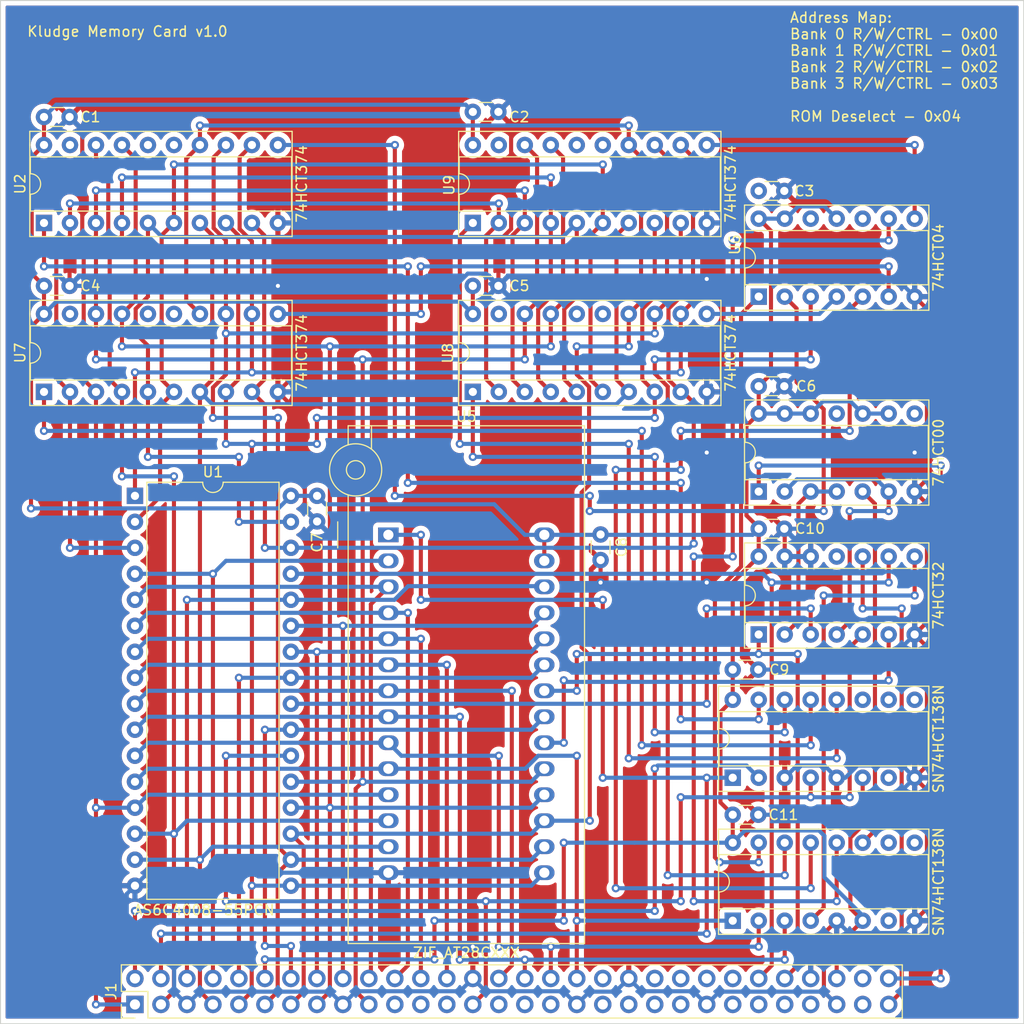
<source format=kicad_pcb>
(kicad_pcb (version 20240108) (generator "pcbnew") (generator_version "8.0")
  (layers (0 "F.Cu" signal) (31 "B.Cu" signal) (34 "B.Paste" user) (35 "F.Paste" user) (36 "B.SilkS" user "B.Silkscreen") (37 "F.SilkS" user "F.Silkscreen") (38 "B.Mask" user) (39 "F.Mask" user) (44 "Edge.Cuts" user))
  (net 0 "")
  (net 2 "/A0")
  (net 5 "GND")
  (net 7 "/A9")
  (net 8 "RD")
  (net 9 "/A12")
  (net 11 "/A3")
  (net 12 "MREQ")
  (net 13 "WR")
  (net 14 "/A2")
  (net 15 "/A11")
  (net 16 "/D2")
  (net 19 "/A4")
  (net 20 "/A15")
  (net 21 "/A6")
  (net 22 "/A10")
  (net 24 "/D4")
  (net 26 "/A14")
  (net 28 "VCC")
  (net 29 "/D3")
  (net 30 "/D7")
  (net 31 "/A5")
  (net 33 "MEM_IO")
  (net 34 "/A13")
  (net 35 "/R_A18")
  (net 36 "/D1")
  (net 37 "~{RAM_OE}")
  (net 38 "/A1")
  (net 39 "/A7")
  (net 40 "/D0")
  (net 41 "/R_A16")
  (net 42 "/D5")
  (net 43 "/R_A14")
  (net 44 "/D6")
  (net 45 "/A8")
  (net 47 "/R_A15")
  (net 48 "/R_A17")
  (net 49 "BANK_0_OE")
  (net 50 "BANK_0_WR")
  (net 51 "/~{RAM_SEL}")
  (net 52 "/~{ROM_SEL}")
  (net 53 "~{MEM_IO_WR}")
  (net 55 "~{ROM_MREQ}")
  (net 67 "~{RESET}")
  (net 69 "ROM_DESELECT")
  (net 70 "BANK_2_WR")
  (net 71 "BANK_2_OE")
  (net 75 "BANK_1_OE")
  (net 81 "BANK_1_WR")
  (net 83 "BANK_3_OE")
  (net 84 "BANK_3_WR")
  (net 94 "~{BANK_3_WR}")
  (net 95 "~{BANK_1_WR}")
  (net 96 "~{BANK_2_WR}")
  (net 97 "~{BANK_0_WR}")
  (footprint "Capacitor_THT:C_Disc_D3.0mm_W1.6mm_P2.50mm" (layer "F.Cu") (at 133.42 92.65 -90)
    (property "Reference" "C7")
    (property "Value" "100 nF")
  )
  (footprint "Package_DIP:DIP-20_W7.62mm_Socket" (layer "F.Cu") (at 106.73 82.49 90)
    (property "Reference" "U7")
    (property "Value" "74HCT374")
  )
  (footprint "Package_DIP:DIP-14_W7.62mm_Socket" (layer "F.Cu") (at 176.58 73.18 90)
    (property "Reference" "U6")
    (property "Value" "74HCT04")
  )
  (footprint "Capacitor_THT:C_Disc_D3.0mm_W1.6mm_P2.50mm" (layer "F.Cu") (at 161.125 96.425 -90)
    (property "Reference" "C8")
    (property "Value" "100 nF")
  )
  (footprint "Capacitor_THT:C_Disc_D3.0mm_W1.6mm_P2.50mm" (layer "F.Cu") (at 174.04 123.815)
    (property "Reference" "C11")
    (property "Value" "100 nF")
  )
  (footprint "Capacitor_THT:C_Disc_D3.0mm_W1.6mm_P2.50mm" (layer "F.Cu") (at 106.73 55.625)
    (property "Reference" "C1")
    (property "Value" "100 nF")
  )
  (footprint "Package_DIP:DIP-20_W7.62mm_Socket" (layer "F.Cu") (at 148.64 82.49 90)
    (property "Reference" "U8")
    (property "Value" "74HCT374")
  )
  (footprint "Package_DIP:DIP-20_W7.62mm_Socket" (layer "F.Cu") (at 106.73 65.98 90)
    (property "Reference" "U2")
    (property "Value" "74HCT374")
  )
  (footprint "Connector_PinHeader_2.54mm:PinHeader_2x30_P2.54mm_Vertical" (layer "F.Cu") (at 115.62 142.355 90)
    (property "Reference" "J1")
    (property "Value" "Conn1")
  )
  (footprint "Package_DIP:DIP-16_W7.62mm_Socket" (layer "F.Cu") (at 174.04 120.2 90)
    (property "Reference" "IC1" (hide yes))
    (property "Value" "SN74HCT138N")
  )
  (footprint "Capacitor_THT:C_Disc_D3.0mm_W1.6mm_P2.50mm" (layer "F.Cu") (at 148.64 55.125)
    (property "Reference" "C2")
    (property "Value" "100 nF")
  )
  (footprint "Package_DIP:DIP-20_W7.62mm_Socket" (layer "F.Cu") (at 148.64 65.98 90)
    (property "Reference" "U9")
    (property "Value" "74HCT374")
  )
  (footprint "Socket:DIP_Socket-28_W11.9_W12.7_W15.24_W17.78_W18.5_3M_228-1277-00-0602J" (layer "F.Cu") (at 140.385 96.46)
    (property "Reference" "U5")
    (property "Value" "ZIF_AT28CXXX")
  )
  (footprint "Package_DIP:DIP-14_W7.62mm_Socket" (layer "F.Cu") (at 176.58 92.23 90)
    (property "Reference" "U4" (hide yes))
    (property "Value" "74HCT00")
  )
  (footprint "Capacitor_THT:C_Disc_D3.0mm_W1.6mm_P2.50mm" (layer "F.Cu") (at 176.58 81.935)
    (property "Reference" "C6")
    (property "Value" "100 nF")
  )
  (footprint "Capacitor_THT:C_Disc_D3.0mm_W1.6mm_P2.50mm" (layer "F.Cu") (at 176.58 62.85)
    (property "Reference" "C3")
    (property "Value" "100 nF")
  )
  (footprint "Package_DIP:DIP-32_W15.24mm" (layer "F.Cu") (at 115.62 92.65)
    (property "Reference" "U1")
    (property "Value" "AS6C4008-55PCN")
  )
  (footprint "Package_DIP:DIP-14_W7.62mm_Socket" (layer "F.Cu") (at 176.58 106.2 90)
    (property "Reference" "U3" (hide yes))
    (property "Value" "74HCT32")
  )
  (footprint "Capacitor_THT:C_Disc_D3.0mm_W1.6mm_P2.50mm" (layer "F.Cu") (at 148.64 72.13)
    (property "Reference" "C5")
    (property "Value" "100 nF")
  )
  (footprint "Capacitor_THT:C_Disc_D3.0mm_W1.6mm_P2.50mm" (layer "F.Cu") (at 106.73 72.13)
    (property "Reference" "C4")
    (property "Value" "100 nF")
  )
  (footprint "Capacitor_THT:C_Disc_D3.0mm_W1.6mm_P2.50mm" (layer "F.Cu") (at 176.58 95.865)
    (property "Reference" "C10")
    (property "Value" "100 nF")
  )
  (footprint "Capacitor_THT:C_Disc_D3.0mm_W1.6mm_P2.50mm" (layer "F.Cu") (at 174.04 109.63)
    (property "Reference" "C9")
    (property "Value" "100 nF")
  )
  (footprint "Package_DIP:DIP-16_W7.62mm_Socket" (layer "F.Cu") (at 174.04 134.17 90)
    (property "Reference" "IC2" (hide yes))
    (property "Value" "SN74HCT138N")
  )
  (gr_line (start 102.48 135.34) (end 102.48 44.24) (stroke (width 0.1)) (layer "Edge.Cuts"))
  (gr_line (start 202.48 135.34) (end 202.48 144.24) (stroke (width 0.1)) (layer "Edge.Cuts"))
  (gr_line (start 202.48 44.24) (end 202.48 135.34) (stroke (width 0.1)) (layer "Edge.Cuts"))
  (gr_line (start 102.48 44.24) (end 202.48 44.24) (stroke (width 0.1)) (layer "Edge.Cuts"))
  (gr_line (start 102.48 135.34) (end 102.48 144.24) (stroke (width 0.1)) (layer "Edge.Cuts"))
  (gr_line (start 102.48 144.24) (end 202.48 144.24) (stroke (width 0.1)) (layer "Edge.Cuts"))
  (gr_text "Address Map:\nBank 0 R/W/CTRL - 0x00\nBank 1 R/W/CTRL - 0x01\nBank 2 R/W/CTRL - 0x02\nBank 3 R/W/CTRL - 0x03\n\nROM Deselect - 0x04" (at 179.55 56.15 0) (layer "F.SilkS") (effects (font (size 1 1)) (justify left bottom)))
  (gr_text "Kludge Memory Card v1.0" (at 105 47.85 0) (layer "F.SilkS") (effects (font (size 1 1)) (justify left bottom)))
  (segment (start 158.8 139.815) (end 158.8 134.17) (width 0.4) (layer "F.Cu") (net 2))
  (segment (start 158.8 134.17) (end 158.8 118.05) (width 0.4) (layer "F.Cu") (net 2))
  (via (at 158.8 134.17) (size 0.8) (drill 0.4) (layers "F.Cu" "B.Cu") (net 2))
  (via (at 158.8 118.05) (size 0.8) (drill 0.4) (layers "F.Cu" "B.Cu") (net 2))
  (segment (start 155.031081 118.05) (end 158.8 118.05) (width 0.4) (layer "B.Cu") (net 2))
  (segment (start 158.8 134.17) (end 174.04 134.17) (width 0.4) (layer "B.Cu") (net 2))
  (segment (start 140.385 119.32) (end 153.761081 119.32) (width 0.4) (layer "B.Cu") (net 2))
  (segment (start 153.761081 119.32) (end 155.031081 118.05) (width 0.4) (layer "B.Cu") (net 2))
  (segment (start 116.89 119.32) (end 140.385 119.32) (width 0.4) (layer "B.Cu") (net 2))
  (segment (start 115.62 120.59) (end 116.89 119.32) (width 0.4) (layer "B.Cu") (net 2))
  (segment (start 152.38 56.365) (end 152.38 66.57471) (width 0.4) (layer "F.Cu") (net 5))
  (segment (start 193.02 91.03) (end 193.02 74.38) (width 0.4) (layer "F.Cu") (net 5))
  (segment (start 130.79 81.29) (end 129.59 82.49) (width 0.4) (layer "F.Cu") (net 5))
  (segment (start 171.5 101.12) (end 171.5 88.42) (width 0.4) (layer "F.Cu") (net 5))
  (segment (start 161.125 101.12) (end 161.125 98.925) (width 0.4) (layer "F.Cu") (net 5))
  (segment (start 191.82 120.2) (end 193.02 119) (width 0.4) (layer "F.Cu") (net 5))
  (segment (start 132.22 85.12) (end 132.22 93.95) (width 0.4) (layer "F.Cu") (net 5))
  (segment (start 191.82 92.23) (end 193.02 93.43) (width 0.4) (layer "F.Cu") (net 5))
  (segment (start 148.64 136.71) (end 148.64 139.815) (width 0.4) (layer "F.Cu") (net 5))
  (segment (start 151.14 67.81471) (end 151.14 72.13) (width 0.4) (layer "F.Cu") (net 5))
  (segment (start 184.2 142.355) (end 182.95 141.105) (width 0.4) (layer "F.Cu") (net 5))
  (segment (start 109.23 69.08471) (end 109.23 72.13) (width 0.4) (layer "F.Cu") (net 5))
  (segment (start 193.02 132.97) (end 193.02 121.4) (width 0.4) (layer "F.Cu") (net 5))
  (segment (start 109.23 55.625) (end 110.47 56.865) (width 0.4) (layer "F.Cu") (net 5))
  (segment (start 179.12 95.905) (end 179.08 95.865) (width 0.4) (layer "F.Cu") (net 5))
  (segment (start 152.38 66.57471) (end 151.14 67.81471) (width 0.4) (layer "F.Cu") (net 5))
  (segment (start 129.59 65.98) (end 129.59 72.13) (width 0.4) (layer "F.Cu") (net 5))
  (segment (start 171.5 65.98) (end 171.5 71.453) (width 0.4) (layer "F.Cu") (net 5))
  (segment (start 179.12 98.58) (end 179.12 95.905) (width 0.4) (layer "F.Cu") (net 5))
  (segment (start 110.47 56.865) (end 110.47 67.84471) (width 0.4) (layer "F.Cu") (net 5))
  (segment (start 191.82 92.23) (end 193.02 91.03) (width 0.4) (layer "F.Cu") (net 5))
  (segment (start 151.14 55.125) (end 152.38 56.365) (width 0.4) (layer "F.Cu") (net 5))
  (segment (start 193.02 74.38) (end 191.82 73.18) (width 0.4) (layer "F.Cu") (net 5))
  (segment (start 182.95 141.105) (end 182.95 135.42) (width 0.4) (layer "F.Cu") (net 5))
  (segment (start 130.79 73.33) (end 130.79 81.29) (width 0.4) (layer "F.Cu") (net 5))
  (segment (start 110.47 67.84471) (end 109.23 69.08471) (width 0.4) (layer "F.Cu") (net 5))
  (segment (start 193.02 121.4) (end 191.82 120.2) (width 0.4) (layer "F.Cu") (net 5))
  (segment (start 132.22 93.95) (end 133.42 95.15) (width 0.4) (layer "F.Cu") (net 5))
  (segment (start 191.82 88.42) (end 191.82 92.23) (width 0.4) (layer "F.Cu") (net 5))
  (segment (start 129.59 72.13) (end 130.79 73.33) (width 0.4) (layer "F.Cu") (net 5))
  (segment (start 193.02 107.4) (end 191.82 106.2) (width 0.4) (layer "F.Cu") (net 5))
  (segment (start 193.02 93.43) (end 193.02 105) (width 0.4) (layer "F.Cu") (net 5))
  (segment (start 171.5 88.42) (end 171.5 82.29) (width 0.4) (layer "F.Cu") (net 5))
  (segment (start 191.82 134.17) (end 193.02 132.97) (width 0.4) (layer "F.Cu") (net 5))
  (segment (start 193.02 105) (end 191.82 106.2) (width 0.4) (layer "F.Cu") (net 5))
  (segment (start 129.59 82.49) (end 132.22 85.12) (width 0.4) (layer "F.Cu") (net 5))
  (segment (start 182.95 135.42) (end 184.2 134.17) (width 0.4) (layer "F.Cu") (net 5))
  (segment (start 193.02 119) (end 193.02 107.4) (width 0.4) (layer "F.Cu") (net 5))
  (via (at 171.5 88.42) (size 0.8) (drill 0.4) (layers "F.Cu" "B.Cu") (net 5))
  (via (at 161.125 101.12) (size 0.8) (drill 0.4) (layers "F.Cu" "B.Cu") (net 5))
  (via (at 148.64 136.71) (size 0.8) (drill 0.4) (layers "F.Cu" "B.Cu") (net 5))
  (via (at 171.5 71.453) (size 0.8) (drill 0.4) (layers "F.Cu" "B.Cu") (net 5))
  (via (at 129.59 72.13) (size 0.8) (drill 0.4) (layers "F.Cu" "B.Cu") (net 5))
  (via (at 191.82 88.42) (size 0.8) (drill 0.4) (layers "F.Cu" "B.Cu") (net 5))
  (via (at 171.5 101.12) (size 0.8) (drill 0.4) (layers "F.Cu" "B.Cu") (net 5))
  (segment (start 162.59 141.105) (end 160.05 141.105) (width 0.4) (layer "B.Cu") (net 5))
  (segment (start 135.94 142.355) (end 134.69 141.105) (width 0.4) (layer "B.Cu") (net 5))
  (segment (start 148.142943 70.93) (end 149.94 70.93) (width 0.4) (layer "B.Cu") (net 5))
  (segment (start 129.59 72.13) (end 146.942943 72.13) (width 0.4) (layer "B.Cu") (net 5))
  (segment (start 149.89 141.065) (end 148.64 139.815) (width 0.4) (layer "B.Cu") (net 5))
  (segment (start 160.05 141.105) (end 158.8 142.355) (width 0.4) (layer "B.Cu") (net 5))
  (segment (start 115.62 130.75) (end 116.89 129.48) (width 0.4) (layer "B.Cu") (net 5))
  (segment (start 147.39 141.065) (end 137.23 141.065) (width 0.4) (layer "B.Cu") (net 5))
  (segment (start 179.12 98.58) (end 181.66 98.58) (width 0.4) (layer "B.Cu") (net 5))
  (segment (start 119.45 141.105) (end 119.45 138.178871) (width 0.4) (layer "B.Cu") (net 5))
  (segment (start 171.5 82.29) (end 171.925 81.865) (width 0.4) (layer "B.Cu") (net 5))
  (segment (start 180.32 119) (end 183 119) (width 0.4) (layer "B.Cu") (net 5))
  (segment (start 183 119) (end 184.2 120.2) (width 0.4) (layer "B.Cu") (net 5))
  (segment (start 161.125 101.12) (end 171.5 101.12) (width 0.4) (layer "B.Cu") (net 5))
  (segment (start 191.82 93.36137) (end 189.31637 95.865) (width 0.4) (layer "B.Cu") (net 5))
  (segment (start 188.39 109.63) (end 176.54 109.63) (width 0.4) (layer "B.Cu") (net 5))
  (segment (start 148.64 139.815) (end 147.39 141.065) (width 0.4) (layer "B.Cu") (net 5))
  (segment (start 190.62 135.37) (end 191.82 134.17) (width 0.4) (layer "B.Cu") (net 5))
  (segment (start 119.45 138.178871) (end 114.82 133.548871) (width 0.4) (layer "B.Cu") (net 5))
  (segment (start 189.31637 95.865) (end 179.08 95.865) (width 0.4) (layer "B.Cu") (net 5))
  (segment (start 109.23 72.13) (end 129.59 72.13) (width 0.4) (layer "B.Cu") (net 5))
  (segment (start 191.82 88.42) (end 171.5 88.42) (width 0.4) (layer "B.Cu") (net 5))
  (segment (start 151.14 71.935) (end 150.337057 71.935) (width 0.4) (layer "B.Cu") (net 5))
  (segment (start 190.093 71.453) (end 171.5 71.453) (width 0.4) (layer "B.Cu") (net 5))
  (segment (start 176.54 123.815) (end 188.205 123.815) (width 0.4) (layer "B.Cu") (net 5))
  (segment (start 137.23 141.065) (end 135.94 142.355) (width 0.4) (layer "B.Cu") (net 5))
  (segment (start 186.242943 119) (end 190.62 119) (width 0.4) (layer "B.Cu") (net 5))
  (segment (start 114.82 133.548871) (end 114.82 131.55) (width 0.4) (layer "B.Cu") (net 5))
  (segment (start 182.95 141.105) (end 172.75 141.105) (width 0.4) (layer "B.Cu") (net 5))
  (segment (start 184.2 142.355) (end 182.95 141.105) (width 0.4) (layer "B.Cu") (net 5))
  (segment (start 179.12 120.2) (end 180.32 119) (width 0.4) (layer "B.Cu") (net 5))
  (segment (start 190.62 119) (end 191.82 120.2) (width 0.4) (layer "B.Cu") (net 5))
  (segment (start 185.042943 120.2) (end 186.242943 119) (width 0.4) (layer "B.Cu") (net 5))
  (segment (start 114.82 131.55) (end 115.62 130.75) (width 0.4) (layer "B.Cu") (net 5))
  (segment (start 184.2 134.17) (end 185.4 135.37) (width 0.4) (layer "B.Cu") (net 5))
  (segment (start 134.69 141.105) (end 121.95 141.105) (width 0.4) (layer "B.Cu") (net 5))
  (segment (start 140.385 129.48) (end 116.89 129.48) (width 0.4) (layer "B.Cu") (net 5))
  (segment (start 163.88 139.815) (end 162.59 141.105) (width 0.4) (layer "B.Cu") (net 5))
  (segment (start 121.95 141.105) (end 120.7 142.355) (width 0.4) (layer "B.Cu") (net 5))
  (segment (start 184.2 120.2) (end 185.042943 120.2) (width 0.4) (layer "B.Cu") (net 5))
  (segment (start 188.205 123.815) (end 191.82 120.2) (width 0.4) (layer "B.Cu") (net 5))
  (segment (start 191.82 92.23) (end 191.82 93.36137) (width 0.4) (layer "B.Cu") (net 5))
  (segment (start 177.88 83.135) (end 179.08 81.935) (width 0.4) (layer "B.Cu") (net 5))
  (segment (start 185.4 135.37) (end 190.62 135.37) (width 0.4) (layer "B.Cu") (net 5))
  (segment (start 165.13 141.065) (end 163.88 139.815) (width 0.4) (layer "B.Cu") (net 5))
  (segment (start 170.21 141.065) (end 165.13 141.065) (width 0.4) (layer "B.Cu") (net 5))
  (segment (start 191.82 73.18) (end 190.093 71.453) (width 0.4) (layer "B.Cu") (net 5))
  (segment (start 191.82 106.2) (end 188.39 109.63) (width 0.4) (layer "B.Cu") (net 5))
  (segment (start 158.8 142.355) (end 157.51 141.065) (width 0.4) (layer "B.Cu") (net 5))
  (segment (start 157.51 141.065) (end 149.89 141.065) (width 0.4) (layer "B.Cu") (net 5))
  (segment (start 120.7 142.355) (end 119.45 141.105) (width 0.4) (layer "B.Cu") (net 5))
  (segment (start 172.75 141.105) (end 171.5 142.355) (width 0.4) (layer "B.Cu") (net 5))
  (segment (start 171.5 142.355) (end 170.21 141.065) (width 0.4) (layer "B.Cu") (net 5))
  (segment (start 146.942943 72.13) (end 148.142943 70.93) (width 0.4) (layer "B.Cu") (net 5))
  (segment (start 149.94 70.93) (end 151.14 72.13) (width 0.4) (layer "B.Cu") (net 5))
  (segment (start 133.4 107.89) (end 133.4 139.815) (width 0.4) (layer "F.Cu") (net 7))
  (via (at 133.4 107.89) (size 0.8) (drill 0.4) (layers "F.Cu" "B.Cu") (net 7))
  (segment (start 154.355 107.89) (end 155.625 106.62) (width 0.4) (layer "B.Cu") (net 7))
  (segment (start 130.86 107.89) (end 133.4 107.89) (width 0.4) (layer "B.Cu") (net 7))
  (segment (start 133.4 107.89) (end 154.355 107.89) (width 0.4) (layer "B.Cu") (net 7))
  (segment (start 180.39 138.545) (end 179.12 139.815) (width 0.4) (layer "F.Cu") (net 8))
  (segment (start 180.39 108.105) (end 180.39 138.545) (width 0.4) (layer "F.Cu") (net 8))
  (segment (start 158.8 108.105) (end 158.8 111.7) (width 0.4) (layer "F.Cu") (net 8))
  (segment (start 176.58 106.2) (end 176.58 108.105) (width 0.4) (layer "F.Cu") (net 8))
  (via (at 180.39 108.105) (size 0.8) (drill 0.4) (layers "F.Cu" "B.Cu") (net 8))
  (via (at 158.8 108.105) (size 0.8) (drill 0.4) (layers "F.Cu" "B.Cu") (net 8))
  (via (at 176.58 108.105) (size 0.8) (drill 0.4) (layers "F.Cu" "B.Cu") (net 8))
  (via (at 158.8 111.7) (size 0.8) (drill 0.4) (layers "F.Cu" "B.Cu") (net 8))
  (segment (start 158.8 108.105) (end 176.58 108.105) (width 0.4) (layer "B.Cu") (net 8))
  (segment (start 155.625 111.7) (end 158.8 111.7) (width 0.4) (layer "B.Cu") (net 8))
  (segment (start 176.58 108.105) (end 180.39 108.105) (width 0.4) (layer "B.Cu") (net 8))
  (segment (start 123.24 139.815) (end 123.24 100.27) (width 0.4) (layer "F.Cu") (net 9))
  (via (at 123.24 100.27) (size 0.8) (drill 0.4) (layers "F.Cu" "B.Cu") (net 9))
  (segment (start 124.51 99) (end 140.385 99) (width 0.4) (layer "B.Cu") (net 9))
  (segment (start 123.24 100.27) (end 124.51 99) (width 0.4) (layer "B.Cu") (net 9))
  (segment (start 123.24 100.27) (end 115.62 100.27) (width 0.4) (layer "B.Cu") (net 9))
  (segment (start 152.45 111.7) (end 152.45 138.545) (width 0.4) (layer "F.Cu") (net 11))
  (segment (start 152.45 138.545) (end 151.18 139.815) (width 0.4) (layer "F.Cu") (net 11))
  (via (at 152.45 111.7) (size 0.8) (drill 0.4) (layers "F.Cu" "B.Cu") (net 11))
  (segment (start 115.62 112.97) (end 116.89 111.7) (width 0.4) (layer "B.Cu") (net 11))
  (segment (start 152.45 111.7) (end 140.385 111.7) (width 0.4) (layer "B.Cu") (net 11))
  (segment (start 116.89 111.7) (end 140.385 111.7) (width 0.4) (layer "B.Cu") (net 11))
  (segment (start 149.91 132.265) (end 149.91 141.085) (width 0.4) (layer "F.Cu") (net 12))
  (segment (start 181.66 122.105) (end 181.66 120.2) (width 0.4) (layer "F.Cu") (net 12))
  (segment (start 149.91 141.085) (end 148.64 142.355) (width 0.4) (layer "F.Cu") (net 12))
  (segment (start 185.47 118.295) (end 185.47 107.47) (width 0.4) (layer "F.Cu") (net 12))
  (segment (start 168.96 122.105) (end 168.96 132.265) (width 0.4) (layer "F.Cu") (net 12))
  (segment (start 185.47 107.47) (end 186.74 106.2) (width 0.4) (layer "F.Cu") (net 12))
  (segment (start 124.51 118.05) (end 124.51 132.265) (width 0.4) (layer "F.Cu") (net 12))
  (segment (start 185.47 118.295) (end 185.47 122.105) (width 0.4) (layer "F.Cu") (net 12))
  (via (at 185.47 122.105) (size 0.8) (drill 0.4) (layers "F.Cu" "B.Cu") (net 12))
  (via (at 124.51 118.05) (size 0.8) (drill 0.4) (layers "F.Cu" "B.Cu") (net 12))
  (via (at 168.96 132.265) (size 0.8) (drill 0.4) (layers "F.Cu" "B.Cu") (net 12))
  (via (at 149.91 132.265) (size 0.8) (drill 0.4) (layers "F.Cu" "B.Cu") (net 12))
  (via (at 181.66 122.105) (size 0.8) (drill 0.4) (layers "F.Cu" "B.Cu") (net 12))
  (via (at 124.51 132.265) (size 0.8) (drill 0.4) (layers "F.Cu" "B.Cu") (net 12))
  (via (at 168.96 122.105) (size 0.8) (drill 0.4) (layers "F.Cu" "B.Cu") (net 12))
  (segment (start 149.91 132.265) (end 168.96 132.265) (width 0.4) (layer "B.Cu") (net 12))
  (segment (start 124.51 132.265) (end 149.91 132.265) (width 0.4) (layer "B.Cu") (net 12))
  (segment (start 124.51 118.05) (end 130.86 118.05) (width 0.4) (layer "B.Cu") (net 12))
  (segment (start 181.66 122.105) (end 185.47 122.105) (width 0.4) (layer "B.Cu") (net 12))
  (segment (start 168.96 122.105) (end 181.66 122.105) (width 0.4) (layer "B.Cu") (net 12))
  (segment (start 177.85 138.545) (end 176.58 139.815) (width 0.4) (layer "F.Cu") (net 13))
  (segment (start 177.85 101.12) (end 177.85 138.545) (width 0.4) (layer "F.Cu") (net 13))
  (segment (start 189.28 98.58) (end 189.28 101.12) (width 0.4) (layer "F.Cu") (net 13))
  (via (at 177.85 101.12) (size 0.8) (drill 0.4) (layers "F.Cu" "B.Cu") (net 13))
  (via (at 189.28 101.12) (size 0.8) (drill 0.4) (layers "F.Cu" "B.Cu") (net 13))
  (segment (start 177 100.27) (end 177.85 101.12) (width 0.4) (layer "B.Cu") (net 13))
  (segment (start 130.86 100.27) (end 177 100.27) (width 0.4) (layer "B.Cu") (net 13))
  (segment (start 177.85 101.12) (end 189.28 101.12) (width 0.4) (layer "B.Cu") (net 13))
  (segment (start 179.12 137.98) (end 179.12 134.17) (width 0.4) (layer "F.Cu") (net 14))
  (segment (start 147.37 114.24) (end 147.37 137.98) (width 0.4) (layer "F.Cu") (net 14))
  (segment (start 153.72 139.815) (end 153.72 137.98) (width 0.4) (layer "F.Cu") (net 14))
  (via (at 147.37 114.24) (size 0.8) (drill 0.4) (layers "F.Cu" "B.Cu") (net 14))
  (via (at 147.37 137.98) (size 0.8) (drill 0.4) (layers "F.Cu" "B.Cu") (net 14))
  (via (at 153.72 137.98) (size 0.8) (drill 0.4) (layers "F.Cu" "B.Cu") (net 14))
  (via (at 179.12 137.98) (size 0.8) (drill 0.4) (layers "F.Cu" "B.Cu") (net 14))
  (segment (start 115.62 115.51) (end 116.89 114.24) (width 0.4) (layer "B.Cu") (net 14))
  (segment (start 116.89 114.24) (end 140.385 114.24) (width 0.4) (layer "B.Cu") (net 14))
  (segment (start 179.12 137.98) (end 153.72 137.98) (width 0.4) (layer "B.Cu") (net 14))
  (segment (start 140.385 114.24) (end 147.37 114.24) (width 0.4) (layer "B.Cu") (net 14))
  (segment (start 153.72 137.98) (end 147.37 137.98) (width 0.4) (layer "B.Cu") (net 14))
  (segment (start 125.78 110.43) (end 125.78 139.815) (width 0.4) (layer "F.Cu") (net 15))
  (via (at 125.78 110.43) (size 0.8) (drill 0.4) (layers "F.Cu" "B.Cu") (net 15))
  (segment (start 154.355 110.43) (end 155.625 109.16) (width 0.4) (layer "B.Cu") (net 15))
  (segment (start 125.78 110.43) (end 130.86 110.43) (width 0.4) (layer "B.Cu") (net 15))
  (segment (start 130.86 110.43) (end 154.355 110.43) (width 0.4) (layer "B.Cu") (net 15))
  (segment (start 162.68 67.18) (end 162.68 81.29) (width 0.4) (layer "F.Cu") (net 16))
  (segment (start 123.17 67.18) (end 123.17 81.29) (width 0.4) (layer "F.Cu") (net 16))
  (segment (start 121.97 82.49) (end 121.97 128.21) (width 0.4) (layer "F.Cu") (net 16))
  (segment (start 162.68 81.29) (end 163.88 82.49) (width 0.4) (layer "F.Cu") (net 16))
  (segment (start 121.97 128.21) (end 121.97 141.085) (width 0.4) (layer "F.Cu") (net 16))
  (segment (start 121.97 65.98) (end 123.17 67.18) (width 0.4) (layer "F.Cu") (net 16))
  (segment (start 121.97 141.085) (end 123.24 142.355) (width 0.4) (layer "F.Cu") (net 16))
  (segment (start 123.17 81.29) (end 121.97 82.49) (width 0.4) (layer "F.Cu") (net 16))
  (segment (start 163.88 65.98) (end 162.68 67.18) (width 0.4) (layer "F.Cu") (net 16))
  (via (at 121.97 128.21) (size 0.8) (drill 0.4) (layers "F.Cu" "B.Cu") (net 16))
  (segment (start 123.24 126.94) (end 140.385 126.94) (width 0.4) (layer "B.Cu") (net 16))
  (segment (start 163.88 82.49) (end 162.68 83.69) (width 0.4) (layer "B.Cu") (net 16))
  (segment (start 121.97 128.21) (end 115.62 128.21) (width 0.4) (layer "B.Cu") (net 16))
  (segment (start 162.68 83.69) (end 123.17 83.69) (width 0.4) (layer "B.Cu") (net 16))
  (segment (start 121.97 128.21) (end 123.24 126.94) (width 0.4) (layer "B.Cu") (net 16))
  (segment (start 123.17 83.69) (end 121.97 82.49) (width 0.4) (layer "B.Cu") (net 16))
  (segment (start 146.1 109.16) (end 146.1 139.815) (width 0.4) (layer "F.Cu") (net 19))
  (via (at 146.1 109.16) (size 0.8) (drill 0.4) (layers "F.Cu" "B.Cu") (net 19))
  (segment (start 116.89 109.16) (end 140.385 109.16) (width 0.4) (layer "B.Cu") (net 19))
  (segment (start 115.62 110.43) (end 116.89 109.16) (width 0.4) (layer "B.Cu") (net 19))
  (segment (start 140.385 109.16) (end 146.1 109.16) (width 0.4) (layer "B.Cu") (net 19))
  (segment (start 166.42 119.3) (end 166.42 133.2175) (width 0.4) (layer "F.Cu") (net 20))
  (segment (start 115.62 133.2175) (end 115.62 139.815) (width 0.4) (layer "F.Cu") (net 20))
  (via (at 166.42 119.3) (size 0.8) (drill 0.4) (layers "F.Cu" "B.Cu") (net 20))
  (via (at 166.42 133.2175) (size 0.8) (drill 0.4) (layers "F.Cu" "B.Cu") (net 20))
  (via (at 115.62 133.2175) (size 0.8) (drill 0.4) (layers "F.Cu" "B.Cu") (net 20))
  (segment (start 115.62 133.465) (end 115.715 133.37) (width 0.4) (layer "B.Cu") (net 20))
  (segment (start 166.42 119.3) (end 166.72 119) (width 0.4) (layer "B.Cu") (net 20))
  (segment (start 175.38 119) (end 176.58 120.2) (width 0.4) (layer "B.Cu") (net 20))
  (segment (start 166.42 133.2175) (end 115.62 133.2175) (width 0.4) (layer "B.Cu") (net 20))
  (segment (start 166.2675 133.37) (end 166.42 133.2175) (width 0.4) (layer "B.Cu") (net 20))
  (segment (start 166.72 119) (end 175.38 119) (width 0.4) (layer "B.Cu") (net 20))
  (segment (start 142.29 138.545) (end 142.29 104.08) (width 0.4) (layer "F.Cu") (net 21))
  (segment (start 141.02 139.815) (end 142.29 138.545) (width 0.4) (layer "F.Cu") (net 21))
  (via (at 142.29 104.08) (size 0.8) (drill 0.4) (layers "F.Cu" "B.Cu") (net 21))
  (segment (start 140.385 104.08) (end 116.89 104.08) (width 0.4) (layer "B.Cu") (net 21))
  (segment (start 142.29 104.08) (end 140.385 104.08) (width 0.4) (layer "B.Cu") (net 21))
  (segment (start 116.89 104.08) (end 115.62 105.35) (width 0.4) (layer "B.Cu") (net 21))
  (segment (start 128.32 136.64) (end 128.32 115.51) (width 0.4) (layer "F.Cu") (net 22))
  (segment (start 130.86 136.64) (end 130.86 139.815) (width 0.4) (layer "F.Cu") (net 22))
  (via (at 130.86 136.64) (size 0.8) (drill 0.4) (layers "F.Cu" "B.Cu") (net 22))
  (via (at 128.32 115.51) (size 0.8) (drill 0.4) (layers "F.Cu" "B.Cu") (net 22))
  (via (at 128.32 136.64) (size 0.8) (drill 0.4) (layers "F.Cu" "B.Cu") (net 22))
  (segment (start 154.355 115.51) (end 155.625 114.24) (width 0.4) (layer "B.Cu") (net 22))
  (segment (start 130.86 115.51) (end 154.355 115.51) (width 0.4) (layer "B.Cu") (net 22))
  (segment (start 128.32 136.64) (end 130.86 136.64) (width 0.4) (layer "B.Cu") (net 22))
  (segment (start 128.32 115.51) (end 130.86 115.51) (width 0.4) (layer "B.Cu") (net 22))
  (segment (start 166.42 74.87) (end 166.42 76.775) (width 0.4) (layer "F.Cu") (net 24))
  (segment (start 123.31 59.56) (end 123.31 66.485) (width 0.4) (layer "F.Cu") (net 24))
  (segment (start 129.59 126.94) (end 130.86 128.21) (width 0.4) (layer "F.Cu") (net 24))
  (segment (start 124.51 67.685) (end 124.51 74.87) (width 0.4) (layer "F.Cu") (net 24))
  (segment (start 123.24 82.062943) (end 123.24 85.03) (width 0.4) (layer "F.Cu") (net 24))
  (segment (start 123.31 66.485) (end 124.51 67.685) (width 0.4) (layer "F.Cu") (net 24))
  (segment (start 128.32 142.355) (end 129.57 141.105) (width 0.4) (layer "F.Cu") (net 24))
  (segment (start 124.51 58.36) (end 123.31 59.56) (width 0.4) (layer "F.Cu") (net 24))
  (segment (start 129.59 85.03) (end 129.59 126.94) (width 0.4) (layer "F.Cu") (net 24))
  (segment (start 167.62 59.56) (end 167.62 73.67) (width 0.4) (layer "F.Cu") (net 24))
  (segment (start 124.51 80.792943) (end 123.24 82.062943) (width 0.4) (layer "F.Cu") (net 24))
  (segment (start 124.51 74.87) (end 124.51 76.775) (width 0.4) (layer "F.Cu") (net 24))
  (segment (start 167.62 73.67) (end 166.42 74.87) (width 0.4) (layer "F.Cu") (net 24))
  (segment (start 124.51 76.775) (end 124.51 80.792943) (width 0.4) (layer "F.Cu") (net 24))
  (segment (start 166.42 58.36) (end 167.62 59.56) (width 0.4) (layer "F.Cu") (net 24))
  (segment (start 129.57 129.5) (end 130.86 128.21) (width 0.4) (layer "F.Cu") (net 24))
  (segment (start 129.57 129.5) (end 129.57 141.105) (width 0.4) (layer "F.Cu") (net 24))
  (via (at 124.51 76.775) (size 0.8) (drill 0.4) (layers "F.Cu" "B.Cu") (net 24))
  (via (at 129.59 85.03) (size 0.8) (drill 0.4) (layers "F.Cu" "B.Cu") (net 24))
  (via (at 166.42 76.775) (size 0.8) (drill 0.4) (layers "F.Cu" "B.Cu") (net 24))
  (via (at 123.24 85.03) (size 0.8) (drill 0.4) (layers "F.Cu" "B.Cu") (net 24))
  (segment (start 166.42 76.775) (end 124.51 76.775) (width 0.4) (layer "B.Cu") (net 24))
  (segment (start 123.24 85.03) (end 129.59 85.03) (width 0.4) (layer "B.Cu") (net 24))
  (segment (start 155.625 126.94) (end 154.355 128.21) (width 0.4) (layer "B.Cu") (net 24))
  (segment (start 154.355 128.21) (end 130.86 128.21) (width 0.4) (layer "B.Cu") (net 24))
  (segment (start 171.5 135.44) (end 171.5 120.2) (width 0.4) (layer "F.Cu") (net 26))
  (segment (start 161.34 120.2) (end 161.34 102.81) (width 0.4) (layer "F.Cu") (net 26))
  (segment (start 143.56 102.81) (end 143.56 96.46) (width 0.4) (layer "F.Cu") (net 26))
  (segment (start 118.16 139.815) (end 118.16 135.44) (width 0.4) (layer "F.Cu") (net 26))
  (via (at 161.34 102.81) (size 0.8) (drill 0.4) (layers "F.Cu" "B.Cu") (net 26))
  (via (at 171.5 135.44) (size 0.8) (drill 0.4) (layers "F.Cu" "B.Cu") (net 26))
  (via (at 161.34 120.2) (size 0.8) (drill 0.4) (layers "F.Cu" "B.Cu") (net 26))
  (via (at 171.5 120.2) (size 0.8) (drill 0.4) (layers "F.Cu" "B.Cu") (net 26))
  (via (at 143.56 102.81) (size 0.8) (drill 0.4) (layers "F.Cu" "B.Cu") (net 26))
  (via (at 143.56 96.46) (size 0.8) (drill 0.4) (layers "F.Cu" "B.Cu") (net 26))
  (via (at 118.16 135.44) (size 0.8) (drill 0.4) (layers "F.Cu" "B.Cu") (net 26))
  (segment (start 161.34 120.2) (end 171.5 120.2) (width 0.4) (layer "B.Cu") (net 26))
  (segment (start 140.385 96.46) (end 143.56 96.46) (width 0.4) (layer "B.Cu") (net 26))
  (segment (start 143.56 102.81) (end 161.34 102.81) (width 0.4) (layer "B.Cu") (net 26))
  (segment (start 118.16 135.44) (end 171.5 135.44) (width 0.4) (layer "B.Cu") (net 26))
  (segment (start 171.5 120.2) (end 174.04 120.2) (width 0.4) (layer "B.Cu") (net 26))
  (segment (start 174.04 101.12) (end 174.04 109.63) (width 0.4) (layer "F.Cu") (net 28))
  (segment (start 144.89 134.17) (end 144.89 137.95) (width 0.4) (layer "F.Cu") (net 28))
  (segment (start 105.53 70.93) (end 105.53 59.56) (width 0.4) (layer "F.Cu") (net 28))
  (segment (start 105.46 76.14) (end 106.73 74.87) (width 0.4) (layer "F.Cu") (net 28))
  (segment (start 128.32 137.95) (end 128.32 139.815) (width 0.4) (layer "F.Cu") (net 28))
  (segment (start 105.53 59.56) (end 106.73 58.36) (width 0.4) (layer "F.Cu") (net 28))
  (segment (start 186.74 124.852943) (end 185.54 126.052943) (width 0.4) (layer "F.Cu") (net 28))
  (segment (start 106.73 72.13) (end 105.53 70.93) (width 0.4) (layer "F.Cu") (net 28))
  (segment (start 174.04 109.63) (end 174.04 112.58) (width 0.4) (layer "F.Cu") (net 28))
  (segment (start 106.73 74.87) (end 106.73 72.13) (width 0.4) (layer "F.Cu") (net 28))
  (segment (start 175.38 94.56) (end 175.38 85.81) (width 0.4) (layer "F.Cu") (net 28))
  (segment (start 176.58 65.56) (end 177.78 66.76) (width 0.4) (layer "F.Cu") (net 28))
  (segment (start 155.625 96.46) (end 155.625 99) (width 0.4) (layer "F.Cu") (net 28))
  (segment (start 157.53 126.55) (end 157.53 134.17) (width 0.4) (layer "F.Cu") (net 28))
  (segment (start 176.58 95.76) (end 175.38 94.56) (width 0.4) (layer "F.Cu") (net 28))
  (segment (start 184.2 136.71) (end 186.74 134.17) (width 0.4) (layer "F.Cu") (net 28))
  (segment (start 176.58 95.865) (end 176.58 98.58) (width 0.4) (layer "F.Cu") (net 28))
  (segment (start 185.54 132.97) (end 186.74 134.17) (width 0.4) (layer "F.Cu") (net 28))
  (segment (start 172.84 113.78) (end 174.04 112.58) (width 0.4) (layer "F.Cu") (net 28))
  (segment (start 176.58 84.61) (end 176.58 81.935) (width 0.4) (layer "F.Cu") (net 28))
  (segment (start 177.78 66.76) (end 177.78 80.735) (width 0.4) (layer "F.Cu") (net 28))
  (segment (start 105.46 93.875) (end 105.46 76.14) (width 0.4) (layer "F.Cu") (net 28))
  (segment (start 174.04 123.815) (end 174.04 126.55) (width 0.4) (layer "F.Cu") (net 28))
  (segment (start 174.04 123.815) (end 172.84 122.615) (width 0.4) (layer "F.Cu") (net 28))
  (segment (start 176.58 95.865) (end 176.58 95.76) (width 0.4) (layer "F.Cu") (net 28))
  (segment (start 172.84 122.615) (end 172.84 113.78) (width 0.4) (layer "F.Cu") (net 28))
  (segment (start 176.58 98.58) (end 174.04 101.12) (width 0.4) (layer "F.Cu") (net 28))
  (segment (start 186.74 120.2) (end 186.74 124.852943) (width 0.4) (layer "F.Cu") (net 28))
  (segment (start 175.38 85.81) (end 176.58 84.61) (width 0.4) (layer "F.Cu") (net 28))
  (segment (start 148.64 72.13) (end 148.64 74.87) (width 0.4) (layer "F.Cu") (net 28))
  (segment (start 177.78 80.735) (end 176.58 81.935) (width 0.4) (layer "F.Cu") (net 28))
  (segment (start 106.73 55.625) (end 106.73 58.36) (width 0.4) (layer "F.Cu") (net 28))
  (segment (start 185.54 126.052943) (end 185.54 132.97) (width 0.4) (layer "F.Cu") (net 28))
  (segment (start 148.64 55.125) (end 148.64 58.36) (width 0.4) (layer "F.Cu") (net 28))
  (segment (start 184.2 139.815) (end 184.2 136.71) (width 0.4) (layer "F.Cu") (net 28))
  (via (at 157.53 134.17) (size 0.8) (drill 0.4) (layers "F.Cu" "B.Cu") (net 28))
  (via (at 128.32 137.95) (size 0.8) (drill 0.4) (layers "F.Cu" "B.Cu") (net 28))
  (via (at 144.89 137.95) (size 0.8) (drill 0.4) (layers "F.Cu" "B.Cu") (net 28))
  (via (at 157.53 126.55) (size 0.8) (drill 0.4) (layers "F.Cu" "B.Cu") (net 28))
  (via (at 105.46 93.875) (size 0.8) (drill 0.4) (layers "F.Cu" "B.Cu") (net 28))
  (via (at 144.89 134.17) (size 0.8) (drill 0.4) (layers "F.Cu" "B.Cu") (net 28))
  (segment (start 130.86 92.65) (end 133.42 92.65) (width 0.4) (layer "B.Cu") (net 28))
  (segment (start 181.66 84.61) (end 182.86 83.41) (width 0.4) (layer "B.Cu") (net 28))
  (segment (start 180.44 64.36) (end 183 64.36) (width 0.4) (layer "B.Cu") (net 28))
  (segment (start 107.93 73.67) (end 147.44 73.67) (width 0.4) (layer "B.Cu") (net 28))
  (segment (start 150.73 93.47) (end 134.24 93.47) (width 0.4) (layer "B.Cu") (net 28))
  (segment (start 182.470001 125.35) (end 183 125.879999) (width 0.4) (layer "B.Cu") (net 28))
  (segment (start 147.94 54.425) (end 148.64 55.125) (width 0.4) (layer "B.Cu") (net 28))
  (segment (start 174.04 126.55) (end 175.24 125.35) (width 0.4) (layer "B.Cu") (net 28))
  (segment (start 160.8 96.46) (end 175.985 96.46) (width 0.4) (layer "B.Cu") (net 28))
  (segment (start 130.86 92.65) (end 129.635 93.875) (width 0.4) (layer "B.Cu") (net 28))
  (segment (start 182.86 83.41) (end 185.54 83.41) (width 0.4) (layer "B.Cu") (net 28))
  (segment (start 147.44 73.67) (end 148.64 74.87) (width 0.4) (layer "B.Cu") (net 28))
  (segment (start 105.55 93.875) (end 105.595 93.92) (width 0.4) (layer "B.Cu") (net 28))
  (segment (start 185.54 83.41) (end 186.74 84.61) (width 0.4) (layer "B.Cu") (net 28))
  (segment (start 183 64.36) (end 184.2 65.56) (width 0.4) (layer "B.Cu") (net 28))
  (segment (start 153.72 96.46) (end 150.73 93.47) (width 0.4) (layer "B.Cu") (net 28))
  (segment (start 176.58 84.61) (end 179.12 84.61) (width 0.4) (layer "B.Cu") (net 28))
  (segment (start 176.58 65.56) (end 179.12 65.56) (width 0.4) (layer "B.Cu") (net 28))
  (segment (start 179.12 65.56) (end 179.24 65.56) (width 0.4) (layer "B.Cu") (net 28))
  (segment (start 175.24 125.35) (end 182.470001 125.35) (width 0.4) (layer "B.Cu") (net 28))
  (segment (start 174.04 126.55) (end 164.45 126.55) (width 0.4) (layer "B.Cu") (net 28))
  (segment (start 179.12 84.61) (end 181.66 84.61) (width 0.4) (layer "B.Cu") (net 28))
  (segment (start 129.635 93.875) (end 105.46 93.875) (width 0.4) (layer "B.Cu") (net 28))
  (segment (start 164.45 126.55) (end 157.53 126.55) (width 0.4) (layer "B.Cu") (net 28))
  (segment (start 106.73 55.625) (end 107.93 54.425) (width 0.4) (layer "B.Cu") (net 28))
  (segment (start 107.93 54.425) (end 147.94 54.425) (width 0.4) (layer "B.Cu") (net 28))
  (segment (start 179.24 65.56) (end 180.44 64.36) (width 0.4) (layer "B.Cu") (net 28))
  (segment (start 144.89 137.95) (end 128.32 137.95) (width 0.4) (layer "B.Cu") (net 28))
  (segment (start 183 125.879999) (end 183 129.933629) (width 0.4) (layer "B.Cu") (net 28))
  (segment (start 153.72 96.46) (end 160.8 96.46) (width 0.4) (layer "B.Cu") (net 28))
  (segment (start 106.73 74.87) (end 107.93 73.67) (width 0.4) (layer "B.Cu") (net 28))
  (segment (start 175.985 96.46) (end 176.58 95.865) (width 0.4) (layer "B.Cu") (net 28))
  (segment (start 186.74 133.673629) (end 186.74 134.17) (width 0.4) (layer "B.Cu") (net 28))
  (segment (start 186.74 84.61) (end 189.28 84.61) (width 0.4) (layer "B.Cu") (net 28))
  (segment (start 134.24 93.47) (end 133.42 92.65) (width 0.4) (layer "B.Cu") (net 28))
  (segment (start 144.89 134.17) (end 157.53 134.17) (width 0.4) (layer "B.Cu") (net 28))
  (segment (start 183 129.933629) (end 186.74 133.673629) (width 0.4) (layer "B.Cu") (net 28))
  (segment (start 127.05 141.085) (end 125.78 142.355) (width 0.4) (layer "F.Cu") (net 29))
  (segment (start 127.03 130.77) (end 127.03 141.065) (width 0.4) (layer "F.Cu") (net 29))
  (segment (start 165.2 81.27) (end 166.42 82.49) (width 0.4) (layer "F.Cu") (net 29))
  (segment (start 124.51 87.57) (end 124.51 82.49) (width 0.4) (layer "F.Cu") (net 29))
  (segment (start 127.05 130.75) (end 127.03 130.77) (width 0.4) (layer "F.Cu") (net 29))
  (segment (start 125.71 81.29) (end 124.51 82.49) (width 0.4) (layer "F.Cu") (net 29))
  (segment (start 133.4 87.57) (end 133.4 85.03) (width 0.4) (layer "F.Cu") (net 29))
  (segment (start 127.03 141.065) (end 127.05 141.085) (width 0.4) (layer "F.Cu") (net 29))
  (segment (start 166.42 85.03) (end 166.42 82.49) (width 0.4) (layer "F.Cu") (net 29))
  (segment (start 124.51 65.98) (end 125.71 67.18) (width 0.4) (layer "F.Cu") (net 29))
  (segment (start 166.42 65.98) (end 166.42 73.172943) (width 0.4) (layer "F.Cu") (net 29))
  (segment (start 125.71 67.18) (end 125.71 81.29) (width 0.4) (layer "F.Cu") (net 29))
  (segment (start 166.42 73.172943) (end 165.2 74.392943) (width 0.4) (layer "F.Cu") (net 29))
  (segment (start 165.2 74.392943) (end 165.2 81.27) (width 0.4) (layer "F.Cu") (net 29))
  (segment (start 127.05 87.57) (end 127.05 130.75) (width 0.4) (layer "F.Cu") (net 29))
  (via (at 124.51 87.57) (size 0.8) (drill 0.4) (layers "F.Cu" "B.Cu") (net 29))
  (via (at 133.4 87.57) (size 0.8) (drill 0.4) (layers "F.Cu" "B.Cu") (net 29))
  (via (at 166.42 85.03) (size 0.8) (drill 0.4) (layers "F.Cu" "B.Cu") (net 29))
  (via (at 133.4 85.03) (size 0.8) (drill 0.4) (layers "F.Cu" "B.Cu") (net 29))
  (via (at 127.05 87.57) (size 0.8) (drill 0.4) (layers "F.Cu" "B.Cu") (net 29))
  (via (at 127.05 130.75) (size 0.8) (drill 0.4) (layers "F.Cu" "B.Cu") (net 29))
  (segment (start 154.355 130.75) (end 155.625 129.48) (width 0.4) (layer "B.Cu") (net 29))
  (segment (start 130.86 130.75) (end 154.355 130.75) (width 0.4) (layer "B.Cu") (net 29))
  (segment (start 127.05 87.57) (end 133.4 87.57) (width 0.4) (layer "B.Cu") (net 29))
  (segment (start 124.51 87.57) (end 127.05 87.57) (width 0.4) (layer "B.Cu") (net 29))
  (segment (start 127.05 130.75) (end 130.86 130.75) (width 0.4) (layer "B.Cu") (net 29))
  (segment (start 133.4 85.03) (end 166.42 85.03) (width 0.4) (layer "B.Cu") (net 29))
  (segment (start 153.72 58.36) (end 154.92 59.56) (width 0.4) (layer "F.Cu") (net 30))
  (segment (start 113.01 67.747057) (end 113.01 60.83) (width 0.4) (layer "F.Cu") (net 30))
  (segment (start 154.92 59.56) (end 154.92 73.67) (width 0.4) (layer "F.Cu") (net 30))
  (segment (start 153.72 74.87) (end 153.72 79.315) (width 0.4) (layer "F.Cu") (net 30))
  (segment (start 137.19 121.275) (end 137.19 141.065) (width 0.4) (layer "F.Cu") (net 30))
  (segment (start 111.81 68.947057) (end 113.01 67.747057) (width 0.4) (layer "F.Cu") (net 30))
  (segment (start 111.81 59.63) (end 113.01 60.83) (width 0.4) (layer "F.Cu") (net 30))
  (segment (start 137.875 120.59) (end 137.19 121.275) (width 0.4) (layer "F.Cu") (net 30))
  (segment (start 154.92 73.67) (end 153.72 74.87) (width 0.4) (layer "F.Cu") (net 30))
  (segment (start 111.81 79.315) (end 111.81 68.947057) (width 0.4) (layer "F.Cu") (net 30))
  (segment (start 111.81 58.36) (end 111.81 59.63) (width 0.4) (layer "F.Cu") (net 30))
  (segment (start 137.19 141.065) (end 138.48 142.355) (width 0.4) (layer "F.Cu") (net 30))
  (segment (start 137.875 120.59) (end 137.875 79.315) (width 0.4) (layer "F.Cu") (net 30))
  (via (at 111.81 79.315) (size 0.8) (drill 0.4) (layers "F.Cu" "B.Cu") (net 30))
  (via (at 137.875 120.59) (size 0.8) (drill 0.4) (layers "F.Cu" "B.Cu") (net 30))
  (via (at 153.72 79.315) (size 0.8) (drill 0.4) (layers "F.Cu" "B.Cu") (net 30))
  (via (at 137.875 79.315) (size 0.8) (drill 0.4) (layers "F.Cu" "B.Cu") (net 30))
  (segment (start 130.86 120.59) (end 137.875 120.59) (width 0.4) (layer "B.Cu") (net 30))
  (segment (start 153.72 79.315) (end 137.875 79.315) (width 0.4) (layer "B.Cu") (net 30))
  (segment (start 137.875 120.59) (end 154.355 120.59) (width 0.4) (layer "B.Cu") (net 30))
  (segment (start 154.355 120.59) (end 155.625 119.32) (width 0.4) (layer "B.Cu") (net 30))
  (segment (start 137.875 79.315) (end 111.81 79.315) (width 0.4) (layer "B.Cu") (net 30))
  (segment (start 143.56 139.815) (end 143.56 106.62) (width 0.4) (layer "F.Cu") (net 31))
  (via (at 143.56 106.62) (size 0.8) (drill 0.4) (layers "F.Cu" "B.Cu") (net 31))
  (segment (start 140.385 106.62) (end 143.56 106.62) (width 0.4) (layer "B.Cu") (net 31))
  (segment (start 115.62 107.89) (end 116.89 106.62) (width 0.4) (layer "B.Cu") (net 31))
  (segment (start 116.89 106.62) (end 140.385 106.62) (width 0.4) (layer "B.Cu") (net 31))
  (segment (start 190.55 141.085) (end 189.28 142.355) (width 0.4) (layer "F.Cu") (net 33))
  (segment (start 186.74 98.58) (end 186.74 103.66) (width 0.4) (layer "F.Cu") (net 33))
  (segment (start 190.55 103.66) (end 190.55 141.085) (width 0.4) (layer "F.Cu") (net 33))
  (via (at 190.55 103.66) (size 0.8) (drill 0.4) (layers "F.Cu" "B.Cu") (net 33))
  (via (at 186.74 103.66) (size 0.8) (drill 0.4) (layers "F.Cu" "B.Cu") (net 33))
  (segment (start 186.74 103.66) (end 190.55 103.66) (width 0.4) (layer "B.Cu") (net 33))
  (segment (start 120.7 102.81) (end 120.7 139.815) (width 0.4) (layer "F.Cu") (net 34))
  (via (at 120.7 102.81) (size 0.8) (drill 0.4) (layers "F.Cu" "B.Cu") (net 34))
  (segment (start 120.7 102.81) (end 130.86 102.81) (width 0.4) (layer "B.Cu") (net 34))
  (segment (start 155.625 101.54) (end 155.56 101.475) (width 0.4) (layer "B.Cu") (net 34))
  (segment (start 142.313919 101.475) (end 140.978919 102.81) (width 0.4) (layer "B.Cu") (net 34))
  (segment (start 140.978919 102.81) (end 130.86 102.81) (width 0.4) (layer "B.Cu") (net 34))
  (segment (start 155.56 101.475) (end 142.313919 101.475) (width 0.4) (layer "B.Cu") (net 34))
  (segment (start 127.05 58.36) (end 125.85 59.56) (width 0.4) (layer "F.Cu") (net 35))
  (segment (start 125.85 66.574709) (end 127.05 67.774709) (width 0.4) (layer "F.Cu") (net 35))
  (segment (start 125.85 59.56) (end 125.85 66.574709) (width 0.4) (layer "F.Cu") (net 35))
  (segment (start 168.96 74.87) (end 170.16 73.67) (width 0.4) (layer "F.Cu") (net 35))
  (segment (start 127.05 74.87) (end 127.05 80.585) (width 0.4) (layer "F.Cu") (net 35))
  (segment (start 127.05 67.774709) (end 127.05 74.87) (width 0.4) (layer "F.Cu") (net 35))
  (segment (start 170.16 73.67) (end 170.16 59.56) (width 0.4) (layer "F.Cu") (net 35))
  (segment (start 115.62 80.585) (end 115.62 92.65) (width 0.4) (layer "F.Cu") (net 35))
  (segment (start 168.96 74.87) (end 168.96 80.585) (width 0.4) (layer "F.Cu") (net 35))
  (segment (start 170.16 59.56) (end 168.96 58.36) (width 0.4) (layer "F.Cu") (net 35))
  (via (at 168.96 80.585) (size 0.8) (drill 0.4) (layers "F.Cu" "B.Cu") (net 35))
  (via (at 115.62 80.585) (size 0.8) (drill 0.4) (layers "F.Cu" "B.Cu") (net 35))
  (via (at 127.05 80.585) (size 0.8) (drill 0.4) (layers "F.Cu" "B.Cu") (net 35))
  (segment (start 115.62 80.585) (end 127.05 80.585) (width 0.4) (layer "B.Cu") (net 35))
  (segment (start 127.05 80.585) (end 168.96 80.585) (width 0.4) (layer "B.Cu") (net 35))
  (segment (start 155.025 74.407943) (end 155.025 81.255) (width 0.4) (layer "F.Cu") (net 36))
  (segment (start 156.26 65.98) (end 156.26 73.172943) (width 0.4) (layer "F.Cu") (net 36))
  (segment (start 113.15 81.29) (end 114.35 82.49) (width 0.4) (layer "F.Cu") (net 36))
  (segment (start 156.26 73.172943) (end 155.025 74.407943) (width 0.4) (layer "F.Cu") (net 36))
  (segment (start 113.15 68.45) (end 114.35 67.25) (width 0.4) (layer "F.Cu") (net 36))
  (segment (start 119.43 90.745) (end 119.43 125.67) (width 0.4) (layer "F.Cu") (net 36))
  (segment (start 114.35 67.25) (end 114.35 65.98) (width 0.4) (layer "F.Cu") (net 36))
  (segment (start 155.025 81.255) (end 156.26 82.49) (width 0.4) (layer "F.Cu") (net 36))
  (segment (start 113.15 68.45) (end 113.15 81.29) (width 0.4) (layer "F.Cu") (net 36))
  (segment (start 156.26 61.535) (end 156.26 65.98) (width 0.4) (layer "F.Cu") (net 36))
  (segment (start 114.35 65.98) (end 114.35 61.535) (width 0.4) (layer "F.Cu") (net 36))
  (segment (start 119.43 141.085) (end 119.43 125.67) (width 0.4) (layer "F.Cu") (net 36))
  (segment (start 114.35 90.745) (end 114.35 82.49) (width 0.4) (layer "F.Cu") (net 36))
  (segment (start 119.43 141.085) (end 118.16 142.355) (width 0.4) (layer "F.Cu") (net 36))
  (via (at 114.35 61.535) (size 0.8) (drill 0.4) (layers "F.Cu" "B.Cu") (net 36))
  (via (at 156.26 61.535) (size 0.8) (drill 0.4) (layers "F.Cu" "B.Cu") (net 36))
  (via (at 114.35 90.745) (size 0.8) (drill 0.4) (layers "F.Cu" "B.Cu") (net 36))
  (via (at 119.43 125.67) (size 0.8) (drill 0.4) (layers "F.Cu" "B.Cu") (net 36))
  (via (at 119.43 90.745) (size 0.8) (drill 0.4) (layers "F.Cu" "B.Cu") (net 36))
  (segment (start 114.35 90.745) (end 119.43 90.745) (width 0.4) (layer "B.Cu") (net 36))
  (segment (start 140.385 124.4) (end 120.7 124.4) (width 0.4) (layer "B.Cu") (net 36))
  (segment (start 119.43 125.67) (end 115.62 125.67) (width 0.4) (layer "B.Cu") (net 36))
  (segment (start 114.35 61.535) (end 156.26 61.535) (width 0.4) (layer "B.Cu") (net 36))
  (segment (start 120.7 124.4) (end 119.43 125.67) (width 0.4) (layer "B.Cu") (net 36))
  (segment (start 171.5 103.66) (end 171.5 112.97) (width 0.4) (layer "F.Cu") (net 37))
  (segment (start 181.66 103.66) (end 181.66 106.2) (width 0.4) (layer "F.Cu") (net 37))
  (via (at 181.66 103.66) (size 0.8) (drill 0.4) (layers "F.Cu" "B.Cu") (net 37))
  (via (at 171.5 112.97) (size 0.8) (drill 0.4) (layers "F.Cu" "B.Cu") (net 37))
  (via (at 171.5 103.66) (size 0.8) (drill 0.4) (layers "F.Cu" "B.Cu") (net 37))
  (segment (start 130.86 112.97) (end 171.5 112.97) (width 0.4) (layer "B.Cu") (net 37))
  (segment (start 171.5 103.66) (end 181.66 103.66) (width 0.4) (layer "B.Cu") (net 37))
  (segment (start 156.26 136.71) (end 156.26 139.815) (width 0.4) (layer "F.Cu") (net 38))
  (segment (start 176.58 134.17) (end 176.58 136.71) (width 0.4) (layer "F.Cu") (net 38))
  (segment (start 151.18 136.71) (end 151.18 118.05) (width 0.4) (layer "F.Cu") (net 38))
  (via (at 156.26 136.71) (size 0.8) (drill 0.4) (layers "F.Cu" "B.Cu") (net 38))
  (via (at 176.58 136.71) (size 0.8) (drill 0.4) (layers "F.Cu" "B.Cu") (net 38))
  (via (at 151.18 136.71) (size 0.8) (drill 0.4) (layers "F.Cu" "B.Cu") (net 38))
  (via (at 151.18 118.05) (size 0.8) (drill 0.4) (layers "F.Cu" "B.Cu") (net 38))
  (segment (start 156.26 136.71) (end 176.58 136.71) (width 0.4) (layer "B.Cu") (net 38))
  (segment (start 116.89 116.78) (end 140.385 116.78) (width 0.4) (layer "B.Cu") (net 38))
  (segment (start 141.655 118.05) (end 151.18 118.05) (width 0.4) (layer "B.Cu") (net 38))
  (segment (start 151.18 136.71) (end 156.26 136.71) (width 0.4) (layer "B.Cu") (net 38))
  (segment (start 115.62 118.05) (end 116.89 116.78) (width 0.4) (layer "B.Cu") (net 38))
  (segment (start 141.655 118.05) (end 140.385 116.78) (width 0.4) (layer "B.Cu") (net 38))
  (segment (start 138.675 103.25) (end 140.385 101.54) (width 0.4) (layer "F.Cu") (net 39))
  (segment (start 138.675 139.62) (end 138.675 103.25) (width 0.4) (layer "F.Cu") (net 39))
  (segment (start 138.48 139.815) (end 138.675 139.62) (width 0.4) (layer "F.Cu") (net 39))
  (segment (start 140.385 101.54) (end 116.89 101.54) (width 0.4) (layer "B.Cu") (net 39))
  (segment (start 116.89 101.54) (end 115.62 102.81) (width 0.4) (layer "B.Cu") (net 39))
  (segment (start 111.81 82.49) (end 110.61 81.29) (width 0.4) (layer "F.Cu") (net 40))
  (segment (start 111.81 90.11) (end 111.81 123.13) (width 0.4) (layer "F.Cu") (net 40))
  (segment (start 152.52 67.18) (end 152.52 81.29) (width 0.4) (layer "F.Cu") (net 40))
  (segment (start 110.61 68.465) (end 111.81 67.265) (width 0.4) (layer "F.Cu") (net 40))
  (segment (start 110.61 81.29) (end 110.61 68.465) (width 0.4) (layer "F.Cu") (net 40))
  (segment (start 153.72 65.98) (end 153.72 62.805) (width 0.4) (layer "F.Cu") (net 40))
  (segment (start 111.81 65.98) (end 111.81 62.805) (width 0.4) (layer "F.Cu") (net 40))
  (segment (start 111.81 67.265) (end 111.81 65.98) (width 0.4) (layer "F.Cu") (net 40))
  (segment (start 111.81 82.49) (end 111.81 90.11) (width 0.4) (layer "F.Cu") (net 40))
  (segment (start 153.72 65.98) (end 152.52 67.18) (width 0.4) (layer "F.Cu") (net 40))
  (segment (start 152.52 81.29) (end 153.72 82.49) (width 0.4) (layer "F.Cu") (net 40))
  (segment (start 111.81 142.355) (end 111.81 123.13) (width 0.4) (layer "F.Cu") (net 40))
  (via (at 111.81 142.355) (size 0.8) (drill 0.4) (layers "F.Cu" "B.Cu") (net 40))
  (via (at 111.81 123.13) (size 0.8) (drill 0.4) (layers "F.Cu" "B.Cu") (net 40))
  (via (at 111.81 62.805) (size 0.8) (drill 0.4) (layers "F.Cu" "B.Cu") (net 40))
  (via (at 153.72 62.805) (size 0.8) (drill 0.4) (layers "F.Cu" "B.Cu") (net 40))
  (segment (start 111.81 123.13) (end 115.62 123.13) (width 0.4) (layer "B.Cu") (net 40))
  (segment (start 116.89 121.86) (end 140.385 121.86) (width 0.4) (layer "B.Cu") (net 40))
  (segment (start 115.62 123.13) (end 116.89 121.86) (width 0.4) (layer "B.Cu") (net 40))
  (segment (start 153.72 62.805) (end 111.81 62.805) (width 0.4) (layer "B.Cu") (net 40))
  (segment (start 115.62 142.355) (end 111.81 142.355) (width 0.4) (layer "B.Cu") (net 40))
  (segment (start 118.23 67.18) (end 118.23 81.29) (width 0.4) (layer "F.Cu") (net 41))
  (segment (start 160.14 81.29) (end 161.34 82.49) (width 0.4) (layer "F.Cu") (net 41))
  (segment (start 118.075 83.845) (end 119.43 82.49) (width 0.4) (layer "F.Cu") (net 41))
  (segment (start 160.14 67.18) (end 160.14 81.29) (width 0.4) (layer "F.Cu") (net 41))
  (segment (start 119.43 60.265) (end 119.43 65.98) (width 0.4) (layer "F.Cu") (net 41))
  (segment (start 115.62 95.19) (end 118.075 92.735) (width 0.4) (layer "F.Cu") (net 41))
  (segment (start 118.23 81.29) (end 119.43 82.49) (width 0.4) (layer "F.Cu") (net 41))
  (segment (start 118.075 92.735) (end 118.075 83.845) (width 0.4) (layer "F.Cu") (net 41))
  (segment (start 161.34 65.98) (end 160.14 67.18) (width 0.4) (layer "F.Cu") (net 41))
  (segment (start 161.34 65.98) (end 161.34 60.265) (width 0.4) (layer "F.Cu") (net 41))
  (segment (start 119.43 65.98) (end 118.23 67.18) (width 0.4) (layer "F.Cu") (net 41))
  (via (at 161.34 60.265) (size 0.8) (drill 0.4) (layers "F.Cu" "B.Cu") (net 41))
  (via (at 119.43 60.265) (size 0.8) (drill 0.4) (layers "F.Cu" "B.Cu") (net 41))
  (segment (start 161.34 60.265) (end 119.43 60.265) (width 0.4) (layer "B.Cu") (net 41))
  (segment (start 159.27 107.443629) (end 160.07 108.243629) (width 0.4) (layer "F.Cu") (net 42))
  (segment (start 163.88 58.36) (end 163.88 56.455) (width 0.4) (layer "F.Cu") (net 42))
  (segment (start 121.97 56.455) (end 121.97 58.36) (width 0.4) (layer "F.Cu") (net 42))
  (segment (start 130.86 142.355) (end 132.11 141.105) (width 0.4) (layer "F.Cu") (net 42))
  (segment (start 158.8 78.045) (end 158.8 80.792943) (width 0.4) (layer "F.Cu") (net 42))
  (segment (start 163.88 58.36) (end 165.08 59.56) (width 0.4) (layer "F.Cu") (net 42))
  (segment (start 160 91.588629) (end 159.27 92.318629) (width 0.4) (layer "F.Cu") (net 42))
  (segment (start 120.63 73.53) (end 121.97 74.87) (width 0.4) (layer "F.Cu") (net 42))
  (segment (start 132.11 126.92) (end 130.86 125.67) (width 0.4) (layer "F.Cu") (net 42))
  (segment (start 160.07 108.243629) (end 160.07 124.4) (width 0.4) (layer "F.Cu") (net 42))
  (segment (start 165.08 73.67) (end 163.88 74.87) (width 0.4) (layer "F.Cu") (net 42))
  (segment (start 160 81.992943) (end 160 91.588629) (width 0.4) (layer "F.Cu") (net 42))
  (segment (start 158.8 80.792943) (end 160 81.992943) (width 0.4) (layer "F.Cu") (net 42))
  (segment (start 121.97 58.36) (end 120.63 59.7) (width 0.4) (layer "F.Cu") (net 42))
  (segment (start 120.63 59.7) (end 120.63 73.53) (width 0.4) (layer "F.Cu") (net 42))
  (segment (start 132.11 141.105) (end 132.11 126.92) (width 0.4) (layer "F.Cu") (net 42))
  (segment (start 163.88 78.045) (end 163.88 74.87) (width 0.4) (layer "F.Cu") (net 42))
  (segment (start 159.27 92.318629) (end 159.27 107.443629) (width 0.4) (layer "F.Cu") (net 42))
  (segment (start 165.08 59.56) (end 165.08 73.67) (width 0.4) (layer "F.Cu") (net 42))
  (via (at 163.88 56.455) (size 0.8) (drill 0.4) (layers "F.Cu" "B.Cu") (net 42))
  (via (at 160.07 124.4) (size 0.8) (drill 0.4) (layers "F.Cu" "B.Cu") (net 42))
  (via (at 163.88 78.045) (size 0.8) (drill 0.4) (layers "F.Cu" "B.Cu") (net 42))
  (via (at 158.8 78.045) (size 0.8) (drill 0.4) (layers "F.Cu" "B.Cu") (net 42))
  (via (at 121.97 56.455) (size 0.8) (drill 0.4) (layers "F.Cu" "B.Cu") (net 42))
  (segment (start 158.8 78.045) (end 163.88 78.045) (width 0.4) (layer "B.Cu") (net 42))
  (segment (start 130.86 125.67) (end 154.355 125.67) (width 0.4) (layer "B.Cu") (net 42))
  (segment (start 121.97 56.455) (end 163.88 56.455) (width 0.4) (layer "B.Cu") (net 42))
  (segment (start 154.355 125.67) (end 155.625 124.4) (width 0.4) (layer "B.Cu") (net 42))
  (segment (start 160.07 124.4) (end 155.625 124.4) (width 0.4) (layer "B.Cu") (net 42))
  (segment (start 109.27 82.49) (end 107.93 81.15) (width 0.4) (layer "F.Cu") (net 43))
  (segment (start 151.18 82.49) (end 149.94 81.25) (width 0.4) (layer "F.Cu") (net 43))
  (segment (start 107.93 68.59) (end 109.27 67.25) (width 0.4) (layer "F.Cu") (net 43))
  (segment (start 149.94 81.25) (end 149.94 67.22) (width 0.4) (layer "F.Cu") (net 43))
  (segment (start 151.18 64.075) (end 151.18 65.98) (width 0.4) (layer "F.Cu") (net 43))
  (segment (start 107.93 81.15) (end 107.93 68.59) (width 0.4) (layer "F.Cu") (net 43))
  (segment (start 109.27 67.25) (end 109.27 65.345) (width 0.4) (layer "F.Cu") (net 43))
  (segment (start 109.27 65.98) (end 109.27 64.075) (width 0.4) (layer "F.Cu") (net 43))
  (segment (start 149.94 67.22) (end 151.18 65.98) (width 0.4) (layer "F.Cu") (net 43))
  (segment (start 109.27 82.49) (end 109.27 97.73) (width 0.4) (layer "F.Cu") (net 43))
  (via (at 109.27 64.075) (size 0.8) (drill 0.4) (layers "F.Cu" "B.Cu") (net 43))
  (via (at 109.27 97.73) (size 0.8) (drill 0.4) (layers "F.Cu" "B.Cu") (net 43))
  (via (at 151.18 64.075) (size 0.8) (drill 0.4) (layers "F.Cu" "B.Cu") (net 43))
  (segment (start 115.62 97.73) (end 109.27 97.73) (width 0.4) (layer "B.Cu") (net 43))
  (segment (start 109.27 64.075) (end 151.18 64.075) (width 0.4) (layer "B.Cu") (net 43))
  (segment (start 157.46 59.56) (end 157.46 73.67) (width 0.4) (layer "F.Cu") (net 44))
  (segment (start 115.69 59.7) (end 115.69 73.53) (width 0.4) (layer "F.Cu") (net 44))
  (segment (start 134.67 141.085) (end 134.67 123.13) (width 0.4) (layer "F.Cu") (net 44))
  (segment (start 134.67 141.085) (end 133.4 142.355) (width 0.4) (layer "F.Cu") (net 44))
  (segment (start 157.46 73.67) (end 156.26 74.87) (width 0.4) (layer "F.Cu") (net 44))
  (segment (start 156.26 78.045) (end 156.26 74.87) (width 0.4) (layer "F.Cu") (net 44))
  (segment (start 114.35 58.36) (end 115.69 59.7) (width 0.4) (layer "F.Cu") (net 44))
  (segment (start 156.26 58.36) (end 157.46 59.56) (width 0.4) (layer "F.Cu") (net 44))
  (segment (start 115.69 73.53) (end 114.35 74.87) (width 0.4) (layer "F.Cu") (net 44))
  (segment (start 134.67 78.045) (end 134.67 123.13) (width 0.4) (layer "F.Cu") (net 44))
  (segment (start 114.35 78.045) (end 114.35 74.87) (width 0.4) (layer "F.Cu") (net 44))
  (via (at 114.35 78.045) (size 0.8) (drill 0.4) (layers "F.Cu" "B.Cu") (net 44))
  (via (at 134.67 78.045) (size 0.8) (drill 0.4) (layers "F.Cu" "B.Cu") (net 44))
  (via (at 156.26 78.045) (size 0.8) (drill 0.4) (layers "F.Cu" "B.Cu") (net 44))
  (via (at 134.67 123.13) (size 0.8) (drill 0.4) (layers "F.Cu" "B.Cu") (net 44))
  (segment (start 130.86 123.13) (end 134.67 123.13) (width 0.4) (layer "B.Cu") (net 44))
  (segment (start 125.78 78.045) (end 114.35 78.045) (width 0.4) (layer "B.Cu") (net 44))
  (segment (start 125.78 78.045) (end 134.67 78.045) (width 0.4) (layer "B.Cu") (net 44))
  (segment (start 134.67 123.13) (end 154.355 123.13) (width 0.4) (layer "B.Cu") (net 44))
  (segment (start 154.355 123.13) (end 155.625 121.86) (width 0.4) (layer "B.Cu") (net 44))
  (segment (start 156.26 78.045) (end 134.67 78.045) (width 0.4) (layer "B.Cu") (net 44))
  (segment (start 135.94 105.35) (end 135.94 139.815) (width 0.4) (layer "F.Cu") (net 45))
  (via (at 135.94 105.35) (size 0.8) (drill 0.4) (layers "F.Cu" "B.Cu") (net 45))
  (segment (start 135.94 105.35) (end 130.86 105.35) (width 0.4) (layer "B.Cu") (net 45))
  (segment (start 154.355 105.35) (end 155.625 104.08) (width 0.4) (layer "B.Cu") (net 45))
  (segment (start 135.94 105.35) (end 154.355 105.35) (width 0.4) (layer "B.Cu") (net 45))
  (segment (start 125.78 88.84) (end 125.78 95.19) (width 0.4) (layer "F.Cu") (net 47))
  (segment (start 116.89 77.977057) (end 116.89 82.49) (width 0.4) (layer "F.Cu") (net 47))
  (segment (start 116.89 65.98) (end 116.89 73.172943) (width 0.4) (layer "F.Cu") (net 47))
  (segment (start 158.8 73.172943) (end 157.575 74.397943) (width 0.4) (layer "F.Cu") (net 47))
  (segment (start 157.575 74.397943) (end 157.575 81.265) (width 0.4) (layer "F.Cu") (net 47))
  (segment (start 115.69 76.777057) (end 116.89 77.977057) (width 0.4) (layer "F.Cu") (net 47))
  (segment (start 116.89 73.172943) (end 115.69 74.372943) (width 0.4) (layer "F.Cu") (net 47))
  (segment (start 115.69 74.372943) (end 115.69 76.777057) (width 0.4) (layer "F.Cu") (net 47))
  (segment (start 157.575 81.265) (end 158.8 82.49) (width 0.4) (layer "F.Cu") (net 47))
  (segment (start 116.89 82.49) (end 116.89 88.84) (width 0.4) (layer "F.Cu") (net 47))
  (segment (start 158.8 65.98) (end 158.8 73.172943) (width 0.4) (layer "F.Cu") (net 47))
  (via (at 125.78 95.19) (size 0.8) (drill 0.4) (layers "F.Cu" "B.Cu") (net 47))
  (via (at 116.89 88.84) (size 0.8) (drill 0.4) (layers "F.Cu" "B.Cu") (net 47))
  (via (at 125.78 88.84) (size 0.8) (drill 0.4) (layers "F.Cu" "B.Cu") (net 47))
  (segment (start 157.43 67.35) (end 158.8 65.98) (width 0.4) (layer "B.Cu") (net 47))
  (segment (start 116.89 65.98) (end 118.26 67.35) (width 0.4) (layer "B.Cu") (net 47))
  (segment (start 125.78 88.84) (end 116.89 88.84) (width 0.4) (layer "B.Cu") (net 47))
  (segment (start 118.26 67.35) (end 157.43 67.35) (width 0.4) (layer "B.Cu") (net 47))
  (segment (start 130.86 95.19) (end 125.78 95.19) (width 0.4) (layer "B.Cu") (net 47))
  (segment (start 167.76 74.372943) (end 167.76 81.29) (width 0.4) (layer "F.Cu") (net 48))
  (segment (start 128.32 83.76) (end 128.32 97.73) (width 0.4) (layer "F.Cu") (net 48))
  (segment (start 168.96 73.172943) (end 167.76 74.372943) (width 0.4) (layer "F.Cu") (net 48))
  (segment (start 170.23 97.31) (end 170.23 83.56) (width 0.4) (layer "F.Cu") (net 48))
  (segment (start 167.76 81.29) (end 168.96 82.49) (width 0.4) (layer "F.Cu") (net 48))
  (segment (start 127.05 82.49) (end 128.25 81.29) (width 0.4) (layer "F.Cu") (net 48))
  (segment (start 168.96 65.98) (end 168.96 73.172943) (width 0.4) (layer "F.Cu") (net 48))
  (segment (start 170.23 83.56) (end 168.96 82.29) (width 0.4) (layer "F.Cu") (net 48))
  (segment (start 127.05 82.49) (end 128.32 83.76) (width 0.4) (layer "F.Cu") (net 48))
  (segment (start 128.25 81.29) (end 128.25 67.18) (width 0.4) (layer "F.Cu") (net 48))
  (segment (start 128.25 67.18) (end 127.05 65.98) (width 0.4) (layer "F.Cu") (net 48))
  (via (at 128.32 97.73) (size 0.8) (drill 0.4) (layers "F.Cu" "B.Cu") (net 48))
  (via (at 170.23 97.31) (size 0.8) (drill 0.4) (layers "F.Cu" "B.Cu") (net 48))
  (segment (start 128.32 97.73) (end 130.86 97.73) (width 0.4) (layer "B.Cu") (net 48))
  (segment (start 169.815 97.725) (end 170.23 97.31) (width 0.4) (layer "B.Cu") (net 48))
  (segment (start 130.86 97.73) (end 130.865 97.725) (width 0.4) (layer "B.Cu") (net 48))
  (segment (start 130.865 97.725) (end 169.815 97.725) (width 0.4) (layer "B.Cu") (net 48))
  (segment (start 168.96 91.38) (end 168.96 114.485) (width 0.4) (layer "F.Cu") (net 49))
  (segment (start 106.73 65.98) (end 106.73 70.225) (width 0.4) (layer "F.Cu") (net 49))
  (segment (start 176.58 112.58) (end 176.58 114.485) (width 0.4) (layer "F.Cu") (net 49))
  (segment (start 142.29 70.225) (end 142.29 91.38) (width 0.4) (layer "F.Cu") (net 49))
  (via (at 106.73 70.225) (size 0.8) (drill 0.4) (layers "F.Cu" "B.Cu") (net 49))
  (via (at 168.96 114.485) (size 0.8) (drill 0.4) (layers "F.Cu" "B.Cu") (net 49))
  (via (at 142.29 91.38) (size 0.8) (drill 0.4) (layers "F.Cu" "B.Cu") (net 49))
  (via (at 176.58 114.485) (size 0.8) (drill 0.4) (layers "F.Cu" "B.Cu") (net 49))
  (via (at 142.29 70.225) (size 0.8) (drill 0.4) (layers "F.Cu" "B.Cu") (net 49))
  (via (at 168.96 91.38) (size 0.8) (drill 0.4) (layers "F.Cu" "B.Cu") (net 49))
  (segment (start 142.29 70.225) (end 106.73 70.225) (width 0.4) (layer "B.Cu") (net 49))
  (segment (start 176.58 114.485) (end 168.96 114.485) (width 0.4) (layer "B.Cu") (net 49))
  (segment (start 168.96 91.38) (end 142.29 91.38) (width 0.4) (layer "B.Cu") (net 49))
  (segment (start 180.28 81.532943) (end 182.93 84.182943) (width 0.4) (layer "F.Cu") (net 50))
  (segment (start 179.12 73.18) (end 180.28 74.34) (width 0.4) (layer "F.Cu") (net 50))
  (segment (start 182.93 84.182943) (end 182.93 94.135) (width 0.4) (layer "F.Cu") (net 50))
  (segment (start 141.02 58.36) (end 141.02 92.65) (width 0.4) (layer "F.Cu") (net 50))
  (segment (start 180.28 74.34) (end 180.28 81.532943) (width 0.4) (layer "F.Cu") (net 50))
  (segment (start 160.07 94.135) (end 160.07 92.65) (width 0.4) (layer "F.Cu") (net 50))
  (via (at 160.07 92.65) (size 0.8) (drill 0.4) (layers "F.Cu" "B.Cu") (net 50))
  (via (at 182.93 94.135) (size 0.8) (drill 0.4) (layers "F.Cu" "B.Cu") (net 50))
  (via (at 141.02 58.36) (size 0.8) (drill 0.4) (layers "F.Cu" "B.Cu") (net 50))
  (via (at 160.07 94.135) (size 0.8) (drill 0.4) (layers "F.Cu" "B.Cu") (net 50))
  (via (at 141.02 92.65) (size 0.8) (drill 0.4) (layers "F.Cu" "B.Cu") (net 50))
  (segment (start 141.02 58.36) (end 129.59 58.36) (width 0.4) (layer "B.Cu") (net 50))
  (segment (start 141.02 92.65) (end 160.07 92.65) (width 0.4) (layer "B.Cu") (net 50))
  (segment (start 182.93 94.135) (end 160.07 94.135) (width 0.4) (layer "B.Cu") (net 50))
  (segment (start 180.46 93.43) (end 180.46 104.86) (width 0.4) (layer "F.Cu") (net 51))
  (segment (start 181.66 92.23) (end 180.46 93.43) (width 0.4) (layer "F.Cu") (net 51))
  (segment (start 180.46 104.86) (end 179.12 106.2) (width 0.4) (layer "F.Cu") (net 51))
  (segment (start 181.66 92.23) (end 184.2 92.23) (width 0.4) (layer "B.Cu") (net 51))
  (segment (start 189.28 94.135) (end 189.28 92.23) (width 0.4) (layer "F.Cu") (net 52))
  (segment (start 185.47 104.93) (end 184.2 106.2) (width 0.4) (layer "F.Cu") (net 52))
  (segment (start 185.47 94.135) (end 185.47 104.93) (width 0.4) (layer "F.Cu") (net 52))
  (via (at 185.47 94.135) (size 0.8) (drill 0.4) (layers "F.Cu" "B.Cu") (net 52))
  (via (at 189.28 94.135) (size 0.8) (drill 0.4) (layers "F.Cu" "B.Cu") (net 52))
  (segment (start 185.47 94.135) (end 189.28 94.135) (width 0.4) (layer "B.Cu") (net 52))
  (segment (start 179.12 92.23) (end 180.32 91.03) (width 0.4) (layer "B.Cu") (net 52))
  (segment (start 180.32 91.03) (end 188.08 91.03) (width 0.4) (layer "B.Cu") (net 52))
  (segment (start 188.08 91.03) (end 189.28 92.23) (width 0.4) (layer "B.Cu") (net 52))
  (segment (start 182.93 132.9) (end 181.66 134.17) (width 0.4) (layer "F.Cu") (net 53))
  (segment (start 182.93 102.39) (end 182.93 132.9) (width 0.4) (layer "F.Cu") (net 53))
  (segment (start 191.82 102.39) (end 191.82 98.58) (width 0.4) (layer "F.Cu") (net 53))
  (via (at 182.93 102.39) (size 0.8) (drill 0.4) (layers "F.Cu" "B.Cu") (net 53))
  (via (at 191.82 102.39) (size 0.8) (drill 0.4) (layers "F.Cu" "B.Cu") (net 53))
  (segment (start 191.82 102.39) (end 182.93 102.39) (width 0.4) (layer "B.Cu") (net 53))
  (segment (start 157.53 110.675) (end 157.53 116.78) (width 0.4) (layer "F.Cu") (net 55))
  (segment (start 189.28 106.2) (end 189.28 110.675) (width 0.4) (layer "F.Cu") (net 55))
  (via (at 189.28 110.675) (size 0.8) (drill 0.4) (layers "F.Cu" "B.Cu") (net 55))
  (via (at 157.53 116.78) (size 0.8) (drill 0.4) (layers "F.Cu" "B.Cu") (net 55))
  (via (at 157.53 110.675) (size 0.8) (drill 0.4) (layers "F.Cu" "B.Cu") (net 55))
  (segment (start 189.28 110.675) (end 189.125 110.83) (width 0.4) (layer "B.Cu") (net 55))
  (segment (start 155.625 116.78) (end 157.53 116.78) (width 0.4) (layer "B.Cu") (net 55))
  (segment (start 189.125 110.83) (end 157.685 110.83) (width 0.4) (layer "B.Cu") (net 55))
  (segment (start 157.685 110.83) (end 157.53 110.675) (width 0.4) (layer "B.Cu") (net 55))
  (segment (start 176.58 89.69) (end 176.58 92.23) (width 0.4) (layer "F.Cu") (net 67))
  (segment (start 194.36 139.815) (end 194.36 89.69) (width 0.4) (layer "F.Cu") (net 67))
  (via (at 176.58 89.69) (size 0.8) (drill 0.4) (layers "F.Cu" "B.Cu") (net 67))
  (via (at 194.36 89.69) (size 0.8) (drill 0.4) (layers "F.Cu" "B.Cu") (net 67))
  (via (at 194.36 139.815) (size 0.8) (drill 0.4) (layers "F.Cu" "B.Cu") (net 67))
  (segment (start 189.28 139.815) (end 194.36 139.815) (width 0.4) (layer "B.Cu") (net 67))
  (segment (start 176.58 89.69) (end 194.36 89.69) (width 0.4) (layer "B.Cu") (net 67))
  (segment (start 187.94 93.43) (end 186.74 92.23) (width 0.4) (layer "F.Cu") (net 69))
  (segment (start 187.94 125.35) (end 187.94 93.43) (width 0.4) (layer "F.Cu") (net 69))
  (segment (start 186.74 126.55) (end 187.94 125.35) (width 0.4) (layer "F.Cu") (net 69))
  (segment (start 143.56 70.225) (end 143.56 74.87) (width 0.4) (layer "F.Cu") (net 70))
  (segment (start 189.28 70.225) (end 189.28 73.18) (width 0.4) (layer "F.Cu") (net 70))
  (via (at 143.56 74.87) (size 0.8) (drill 0.4) (layers "F.Cu" "B.Cu") (net 70))
  (via (at 143.56 70.225) (size 0.8) (drill 0.4) (layers "F.Cu" "B.Cu") (net 70))
  (via (at 189.28 70.225) (size 0.8) (drill 0.4) (layers "F.Cu" "B.Cu") (net 70))
  (segment (start 189.28 70.225) (end 143.56 70.225) (width 0.4) (layer "B.Cu") (net 70))
  (segment (start 143.56 74.87) (end 129.59 74.87) (width 0.4) (layer "B.Cu") (net 70))
  (segment (start 181.66 117.025) (end 181.66 112.58) (width 0.4) (layer "F.Cu") (net 71))
  (segment (start 165.15 86.3) (end 165.15 117.025) (width 0.4) (layer "F.Cu") (net 71))
  (segment (start 106.73 82.49) (end 106.73 86.3) (width 0.4) (layer "F.Cu") (net 71))
  (via (at 181.66 117.025) (size 0.8) (drill 0.4) (layers "F.Cu" "B.Cu") (net 71))
  (via (at 106.73 86.3) (size 0.8) (drill 0.4) (layers "F.Cu" "B.Cu") (net 71))
  (via (at 165.15 117.025) (size 0.8) (drill 0.4) (layers "F.Cu" "B.Cu") (net 71))
  (via (at 165.15 86.3) (size 0.8) (drill 0.4) (layers "F.Cu" "B.Cu") (net 71))
  (segment (start 165.15 86.3) (end 106.73 86.3) (width 0.4) (layer "B.Cu") (net 71))
  (segment (start 165.15 117.025) (end 181.66 117.025) (width 0.4) (layer "B.Cu") (net 71))
  (segment (start 179.12 115.755) (end 179.12 112.58) (width 0.4) (layer "F.Cu") (net 75))
  (segment (start 148.64 82.49) (end 148.64 88.84) (width 0.4) (layer "F.Cu") (net 75))
  (segment (start 166.42 88.84) (end 166.42 115.755) (width 0.4) (layer "F.Cu") (net 75))
  (via (at 166.42 115.755) (size 0.8) (drill 0.4) (layers "F.Cu" "B.Cu") (net 75))
  (via (at 166.42 88.84) (size 0.8) (drill 0.4) (layers "F.Cu" "B.Cu") (net 75))
  (via (at 148.64 88.84) (size 0.8) (drill 0.4) (layers "F.Cu" "B.Cu") (net 75))
  (via (at 179.12 115.755) (size 0.8) (drill 0.4) (layers "F.Cu" "B.Cu") (net 75))
  (segment (start 166.42 88.84) (end 148.64 88.84) (width 0.4) (layer "B.Cu") (net 75))
  (segment (start 166.42 115.755) (end 179.12 115.755) (width 0.4) (layer "B.Cu") (net 75))
  (segment (start 182.51 74.87) (end 184.2 73.18) (width 0.4) (layer "B.Cu") (net 81))
  (segment (start 171.5 74.87) (end 182.51 74.87) (width 0.4) (layer "B.Cu") (net 81))
  (segment (start 163.88 87.57) (end 163.88 118.295) (width 0.4) (layer "F.Cu") (net 83))
  (segment (start 147.37 87.57) (end 147.37 67.25) (width 0.4) (layer "F.Cu") (net 83))
  (segment (start 147.37 67.25) (end 148.64 65.98) (width 0.4) (layer "F.Cu") (net 83))
  (segment (start 184.2 118.295) (end 184.2 112.58) (width 0.4) (layer "F.Cu") (net 83))
  (via (at 184.2 118.295) (size 0.8) (drill 0.4) (layers "F.Cu" "B.Cu") (net 83))
  (via (at 163.88 118.295) (size 0.8) (drill 0.4) (layers "F.Cu" "B.Cu") (net 83))
  (via (at 163.88 87.57) (size 0.8) (drill 0.4) (layers "F.Cu" "B.Cu") (net 83))
  (via (at 147.37 87.57) (size 0.8) (drill 0.4) (layers "F.Cu" "B.Cu") (net 83))
  (segment (start 184.2 118.295) (end 163.88 118.295) (width 0.4) (layer "B.Cu") (net 83))
  (segment (start 163.88 87.57) (end 147.37 87.57) (width 0.4) (layer "B.Cu") (net 83))
  (segment (start 191.82 58.36) (end 191.82 65.56) (width 0.4) (layer "F.Cu") (net 84))
  (via (at 191.82 58.36) (size 0.8) (drill 0.4) (layers "F.Cu" "B.Cu") (net 84))
  (segment (start 191.82 58.36) (end 171.5 58.36) (width 0.4) (layer "B.Cu") (net 84))
  (segment (start 189.28 65.56) (end 189.28 67.685) (width 0.4) (layer "F.Cu") (net 94))
  (segment (start 170.23 98.58) (end 170.23 132.265) (width 0.4) (layer "F.Cu") (net 94))
  (segment (start 174.04 67.685) (end 174.04 98.58) (width 0.4) (layer "F.Cu") (net 94))
  (segment (start 184.2 132.265) (end 184.2 126.55) (width 0.4) (layer "F.Cu") (net 94))
  (via (at 184.2 132.265) (size 0.8) (drill 0.4) (layers "F.Cu" "B.Cu") (net 94))
  (via (at 170.23 132.265) (size 0.8) (drill 0.4) (layers "F.Cu" "B.Cu") (net 94))
  (via (at 189.28 67.685) (size 0.8) (drill 0.4) (layers "F.Cu" "B.Cu") (net 94))
  (via (at 174.04 67.685) (size 0.8) (drill 0.4) (layers "F.Cu" "B.Cu") (net 94))
  (via (at 170.23 98.58) (size 0.8) (drill 0.4) (layers "F.Cu" "B.Cu") (net 94))
  (via (at 174.04 98.58) (size 0.8) (drill 0.4) (layers "F.Cu" "B.Cu") (net 94))
  (segment (start 170.23 98.58) (end 174.04 98.58) (width 0.4) (layer "B.Cu") (net 94))
  (segment (start 184.2 132.265) (end 170.23 132.265) (width 0.4) (layer "B.Cu") (net 94))
  (segment (start 174.04 67.685) (end 189.28 67.685) (width 0.4) (layer "B.Cu") (net 94))
  (segment (start 181.66 73.18) (end 181.66 79.315) (width 0.4) (layer "F.Cu") (net 95))
  (segment (start 167.69 81.965291) (end 167.69 129.725) (width 0.4) (layer "F.Cu") (net 95))
  (segment (start 179.12 129.725) (end 179.12 126.55) (width 0.4) (layer "F.Cu") (net 95))
  (segment (start 166.42 80.695291) (end 167.69 81.965291) (width 0.4) (layer "F.Cu") (net 95))
  (segment (start 166.42 79.315) (end 166.42 80.695291) (width 0.4) (layer "F.Cu") (net 95))
  (via (at 179.12 129.725) (size 0.8) (drill 0.4) (layers "F.Cu" "B.Cu") (net 95))
  (via (at 167.69 129.725) (size 0.8) (drill 0.4) (layers "F.Cu" "B.Cu") (net 95))
  (via (at 166.42 79.315) (size 0.8) (drill 0.4) (layers "F.Cu" "B.Cu") (net 95))
  (via (at 181.66 79.315) (size 0.8) (drill 0.4) (layers "F.Cu" "B.Cu") (net 95))
  (segment (start 179.12 129.725) (end 167.69 129.725) (width 0.4) (layer "B.Cu") (net 95))
  (segment (start 181.66 79.315) (end 166.42 79.315) (width 0.4) (layer "B.Cu") (net 95))
  (segment (start 162.61 90.11) (end 162.61 130.995) (width 0.4) (layer "F.Cu") (net 96))
  (segment (start 185.47 74.45) (end 186.74 73.18) (width 0.4) (layer "F.Cu") (net 96))
  (segment (start 181.66 126.55) (end 181.66 130.995) (width 0.4) (layer "F.Cu") (net 96))
  (segment (start 185.47 86.3) (end 185.47 74.45) (width 0.4) (layer "F.Cu") (net 96))
  (segment (start 168.96 90.11) (end 168.96 86.3) (width 0.4) (layer "F.Cu") (net 96))
  (via (at 181.66 130.995) (size 0.8) (drill 0.4) (layers "F.Cu" "B.Cu") (net 96))
  (via (at 185.47 86.3) (size 0.8) (drill 0.4) (layers "F.Cu" "B.Cu") (net 96))
  (via (at 168.96 90.11) (size 0.8) (drill 0.4) (layers "F.Cu" "B.Cu") (net 96))
  (via (at 168.96 86.3) (size 0.8) (drill 0.4) (layers "F.Cu" "B.Cu") (net 96))
  (via (at 162.61 130.995) (size 0.8) (drill 0.4) (layers "F.Cu" "B.Cu") (net 96))
  (via (at 162.61 90.11) (size 0.8) (drill 0.4) (layers "F.Cu" "B.Cu") (net 96))
  (segment (start 185.47 86.3) (end 168.96 86.3) (width 0.4) (layer "B.Cu") (net 96))
  (segment (start 181.66 130.995) (end 162.61 130.995) (width 0.4) (layer "B.Cu") (net 96))
  (segment (start 168.96 90.11) (end 162.61 90.11) (width 0.4) (layer "B.Cu") (net 96))
  (segment (start 174.853 74.907) (end 174.853 99.561709) (width 0.4) (layer "F.Cu") (net 97))
  (segment (start 176.58 73.18) (end 174.853 74.907) (width 0.4) (layer "F.Cu") (net 97))
  (segment (start 172.3 102.114709) (end 172.3 127.985) (width 0.4) (layer "F.Cu") (net 97))
  (segment (start 174.853 99.561709) (end 172.3 102.114709) (width 0.4) (layer "F.Cu") (net 97))
  (segment (start 176.58 126.55) (end 176.58 128.455) (width 0.4) (layer "F.Cu") (net 97))
  (segment (start 172.3 127.985) (end 172.77 128.455) (width 0.4) (layer "F.Cu") (net 97))
  (via (at 176.58 128.455) (size 0.8) (drill 0.4) (layers "F.Cu" "B.Cu") (net 97))
  (via (at 172.77 128.455) (size 0.8) (drill 0.4) (layers "F.Cu" "B.Cu") (net 97))
  (segment (start 176.58 128.455) (end 172.77 128.455) (width 0.4) (layer "B.Cu") (net 97))
  (zone (net 5) (net_name "GND") (layer "F.Cu") (connect_pads (clearance 0.5)) (min_thickness 0.25) (fill yes (thermal_gap 0.5) (thermal_bridge_width 0.5))
    (polygon (pts (xy 102.54 44.29) (xy 102.54 144.19) (xy 202.42 144.19) (xy 202.45 44.29)))
  )
  (zone (net 5) (net_name "GND") (layer "B.Cu") (connect_pads (clearance 0.5)) (min_thickness 0.25) (fill yes (thermal_gap 0.5) (thermal_bridge_width 0.5))
    (polygon (pts (xy 102.53 44.29) (xy 102.53 144.19) (xy 202.41 144.19) (xy 202.44 44.29)))
  )
)
</source>
